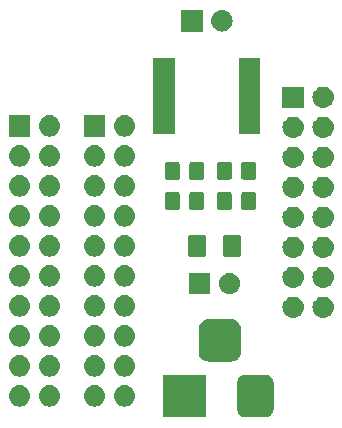
<source format=gbr>
G04 #@! TF.GenerationSoftware,KiCad,Pcbnew,(5.1.0)-1*
G04 #@! TF.CreationDate,2019-05-06T16:05:47+08:00*
G04 #@! TF.ProjectId,rpi0_extern_board,72706930-5f65-4787-9465-726e5f626f61,rev?*
G04 #@! TF.SameCoordinates,Original*
G04 #@! TF.FileFunction,Soldermask,Top*
G04 #@! TF.FilePolarity,Negative*
%FSLAX46Y46*%
G04 Gerber Fmt 4.6, Leading zero omitted, Abs format (unit mm)*
G04 Created by KiCad (PCBNEW (5.1.0)-1) date 2019-05-06 16:05:47*
%MOMM*%
%LPD*%
G04 APERTURE LIST*
%ADD10C,0.100000*%
G04 APERTURE END LIST*
D10*
G36*
X118736979Y-82668293D02*
G01*
X118870625Y-82708834D01*
X118993784Y-82774664D01*
X119101740Y-82863260D01*
X119190336Y-82971216D01*
X119256166Y-83094375D01*
X119296707Y-83228021D01*
X119311000Y-83373140D01*
X119311000Y-85536860D01*
X119296707Y-85681979D01*
X119256166Y-85815625D01*
X119190336Y-85938784D01*
X119101740Y-86046740D01*
X118993784Y-86135336D01*
X118870625Y-86201166D01*
X118736979Y-86241707D01*
X118591860Y-86256000D01*
X116928140Y-86256000D01*
X116783021Y-86241707D01*
X116649375Y-86201166D01*
X116526216Y-86135336D01*
X116418260Y-86046740D01*
X116329664Y-85938784D01*
X116263834Y-85815625D01*
X116223293Y-85681979D01*
X116209000Y-85536860D01*
X116209000Y-83373140D01*
X116223293Y-83228021D01*
X116263834Y-83094375D01*
X116329664Y-82971216D01*
X116418260Y-82863260D01*
X116526216Y-82774664D01*
X116649375Y-82708834D01*
X116783021Y-82668293D01*
X116928140Y-82654000D01*
X118591860Y-82654000D01*
X118736979Y-82668293D01*
X118736979Y-82668293D01*
G37*
G36*
X113561000Y-86256000D02*
G01*
X109959000Y-86256000D01*
X109959000Y-82654000D01*
X113561000Y-82654000D01*
X113561000Y-86256000D01*
X113561000Y-86256000D01*
G37*
G36*
X104250443Y-83560519D02*
G01*
X104316627Y-83567037D01*
X104486466Y-83618557D01*
X104642991Y-83702222D01*
X104678729Y-83731552D01*
X104780186Y-83814814D01*
X104863448Y-83916271D01*
X104892778Y-83952009D01*
X104976443Y-84108534D01*
X105027963Y-84278373D01*
X105045359Y-84455000D01*
X105027963Y-84631627D01*
X104976443Y-84801466D01*
X104892778Y-84957991D01*
X104863448Y-84993729D01*
X104780186Y-85095186D01*
X104678729Y-85178448D01*
X104642991Y-85207778D01*
X104486466Y-85291443D01*
X104316627Y-85342963D01*
X104250442Y-85349482D01*
X104184260Y-85356000D01*
X104095740Y-85356000D01*
X104029558Y-85349482D01*
X103963373Y-85342963D01*
X103793534Y-85291443D01*
X103637009Y-85207778D01*
X103601271Y-85178448D01*
X103499814Y-85095186D01*
X103416552Y-84993729D01*
X103387222Y-84957991D01*
X103303557Y-84801466D01*
X103252037Y-84631627D01*
X103234641Y-84455000D01*
X103252037Y-84278373D01*
X103303557Y-84108534D01*
X103387222Y-83952009D01*
X103416552Y-83916271D01*
X103499814Y-83814814D01*
X103601271Y-83731552D01*
X103637009Y-83702222D01*
X103793534Y-83618557D01*
X103963373Y-83567037D01*
X104029557Y-83560519D01*
X104095740Y-83554000D01*
X104184260Y-83554000D01*
X104250443Y-83560519D01*
X104250443Y-83560519D01*
G37*
G36*
X100440443Y-83560519D02*
G01*
X100506627Y-83567037D01*
X100676466Y-83618557D01*
X100832991Y-83702222D01*
X100868729Y-83731552D01*
X100970186Y-83814814D01*
X101053448Y-83916271D01*
X101082778Y-83952009D01*
X101166443Y-84108534D01*
X101217963Y-84278373D01*
X101235359Y-84455000D01*
X101217963Y-84631627D01*
X101166443Y-84801466D01*
X101082778Y-84957991D01*
X101053448Y-84993729D01*
X100970186Y-85095186D01*
X100868729Y-85178448D01*
X100832991Y-85207778D01*
X100676466Y-85291443D01*
X100506627Y-85342963D01*
X100440442Y-85349482D01*
X100374260Y-85356000D01*
X100285740Y-85356000D01*
X100219558Y-85349482D01*
X100153373Y-85342963D01*
X99983534Y-85291443D01*
X99827009Y-85207778D01*
X99791271Y-85178448D01*
X99689814Y-85095186D01*
X99606552Y-84993729D01*
X99577222Y-84957991D01*
X99493557Y-84801466D01*
X99442037Y-84631627D01*
X99424641Y-84455000D01*
X99442037Y-84278373D01*
X99493557Y-84108534D01*
X99577222Y-83952009D01*
X99606552Y-83916271D01*
X99689814Y-83814814D01*
X99791271Y-83731552D01*
X99827009Y-83702222D01*
X99983534Y-83618557D01*
X100153373Y-83567037D01*
X100219557Y-83560519D01*
X100285740Y-83554000D01*
X100374260Y-83554000D01*
X100440443Y-83560519D01*
X100440443Y-83560519D01*
G37*
G36*
X97900443Y-83560519D02*
G01*
X97966627Y-83567037D01*
X98136466Y-83618557D01*
X98292991Y-83702222D01*
X98328729Y-83731552D01*
X98430186Y-83814814D01*
X98513448Y-83916271D01*
X98542778Y-83952009D01*
X98626443Y-84108534D01*
X98677963Y-84278373D01*
X98695359Y-84455000D01*
X98677963Y-84631627D01*
X98626443Y-84801466D01*
X98542778Y-84957991D01*
X98513448Y-84993729D01*
X98430186Y-85095186D01*
X98328729Y-85178448D01*
X98292991Y-85207778D01*
X98136466Y-85291443D01*
X97966627Y-85342963D01*
X97900442Y-85349482D01*
X97834260Y-85356000D01*
X97745740Y-85356000D01*
X97679558Y-85349482D01*
X97613373Y-85342963D01*
X97443534Y-85291443D01*
X97287009Y-85207778D01*
X97251271Y-85178448D01*
X97149814Y-85095186D01*
X97066552Y-84993729D01*
X97037222Y-84957991D01*
X96953557Y-84801466D01*
X96902037Y-84631627D01*
X96884641Y-84455000D01*
X96902037Y-84278373D01*
X96953557Y-84108534D01*
X97037222Y-83952009D01*
X97066552Y-83916271D01*
X97149814Y-83814814D01*
X97251271Y-83731552D01*
X97287009Y-83702222D01*
X97443534Y-83618557D01*
X97613373Y-83567037D01*
X97679557Y-83560519D01*
X97745740Y-83554000D01*
X97834260Y-83554000D01*
X97900443Y-83560519D01*
X97900443Y-83560519D01*
G37*
G36*
X106790443Y-83560519D02*
G01*
X106856627Y-83567037D01*
X107026466Y-83618557D01*
X107182991Y-83702222D01*
X107218729Y-83731552D01*
X107320186Y-83814814D01*
X107403448Y-83916271D01*
X107432778Y-83952009D01*
X107516443Y-84108534D01*
X107567963Y-84278373D01*
X107585359Y-84455000D01*
X107567963Y-84631627D01*
X107516443Y-84801466D01*
X107432778Y-84957991D01*
X107403448Y-84993729D01*
X107320186Y-85095186D01*
X107218729Y-85178448D01*
X107182991Y-85207778D01*
X107026466Y-85291443D01*
X106856627Y-85342963D01*
X106790442Y-85349482D01*
X106724260Y-85356000D01*
X106635740Y-85356000D01*
X106569558Y-85349482D01*
X106503373Y-85342963D01*
X106333534Y-85291443D01*
X106177009Y-85207778D01*
X106141271Y-85178448D01*
X106039814Y-85095186D01*
X105956552Y-84993729D01*
X105927222Y-84957991D01*
X105843557Y-84801466D01*
X105792037Y-84631627D01*
X105774641Y-84455000D01*
X105792037Y-84278373D01*
X105843557Y-84108534D01*
X105927222Y-83952009D01*
X105956552Y-83916271D01*
X106039814Y-83814814D01*
X106141271Y-83731552D01*
X106177009Y-83702222D01*
X106333534Y-83618557D01*
X106503373Y-83567037D01*
X106569557Y-83560519D01*
X106635740Y-83554000D01*
X106724260Y-83554000D01*
X106790443Y-83560519D01*
X106790443Y-83560519D01*
G37*
G36*
X97900442Y-81020518D02*
G01*
X97966627Y-81027037D01*
X98136466Y-81078557D01*
X98292991Y-81162222D01*
X98318590Y-81183231D01*
X98430186Y-81274814D01*
X98513448Y-81376271D01*
X98542778Y-81412009D01*
X98626443Y-81568534D01*
X98677963Y-81738373D01*
X98695359Y-81915000D01*
X98677963Y-82091627D01*
X98626443Y-82261466D01*
X98542778Y-82417991D01*
X98513448Y-82453729D01*
X98430186Y-82555186D01*
X98328729Y-82638448D01*
X98292991Y-82667778D01*
X98136466Y-82751443D01*
X97966627Y-82802963D01*
X97900442Y-82809482D01*
X97834260Y-82816000D01*
X97745740Y-82816000D01*
X97679558Y-82809482D01*
X97613373Y-82802963D01*
X97443534Y-82751443D01*
X97287009Y-82667778D01*
X97251271Y-82638448D01*
X97149814Y-82555186D01*
X97066552Y-82453729D01*
X97037222Y-82417991D01*
X96953557Y-82261466D01*
X96902037Y-82091627D01*
X96884641Y-81915000D01*
X96902037Y-81738373D01*
X96953557Y-81568534D01*
X97037222Y-81412009D01*
X97066552Y-81376271D01*
X97149814Y-81274814D01*
X97261410Y-81183231D01*
X97287009Y-81162222D01*
X97443534Y-81078557D01*
X97613373Y-81027037D01*
X97679558Y-81020518D01*
X97745740Y-81014000D01*
X97834260Y-81014000D01*
X97900442Y-81020518D01*
X97900442Y-81020518D01*
G37*
G36*
X100440442Y-81020518D02*
G01*
X100506627Y-81027037D01*
X100676466Y-81078557D01*
X100832991Y-81162222D01*
X100858590Y-81183231D01*
X100970186Y-81274814D01*
X101053448Y-81376271D01*
X101082778Y-81412009D01*
X101166443Y-81568534D01*
X101217963Y-81738373D01*
X101235359Y-81915000D01*
X101217963Y-82091627D01*
X101166443Y-82261466D01*
X101082778Y-82417991D01*
X101053448Y-82453729D01*
X100970186Y-82555186D01*
X100868729Y-82638448D01*
X100832991Y-82667778D01*
X100676466Y-82751443D01*
X100506627Y-82802963D01*
X100440442Y-82809482D01*
X100374260Y-82816000D01*
X100285740Y-82816000D01*
X100219558Y-82809482D01*
X100153373Y-82802963D01*
X99983534Y-82751443D01*
X99827009Y-82667778D01*
X99791271Y-82638448D01*
X99689814Y-82555186D01*
X99606552Y-82453729D01*
X99577222Y-82417991D01*
X99493557Y-82261466D01*
X99442037Y-82091627D01*
X99424641Y-81915000D01*
X99442037Y-81738373D01*
X99493557Y-81568534D01*
X99577222Y-81412009D01*
X99606552Y-81376271D01*
X99689814Y-81274814D01*
X99801410Y-81183231D01*
X99827009Y-81162222D01*
X99983534Y-81078557D01*
X100153373Y-81027037D01*
X100219558Y-81020518D01*
X100285740Y-81014000D01*
X100374260Y-81014000D01*
X100440442Y-81020518D01*
X100440442Y-81020518D01*
G37*
G36*
X104250442Y-81020518D02*
G01*
X104316627Y-81027037D01*
X104486466Y-81078557D01*
X104642991Y-81162222D01*
X104668590Y-81183231D01*
X104780186Y-81274814D01*
X104863448Y-81376271D01*
X104892778Y-81412009D01*
X104976443Y-81568534D01*
X105027963Y-81738373D01*
X105045359Y-81915000D01*
X105027963Y-82091627D01*
X104976443Y-82261466D01*
X104892778Y-82417991D01*
X104863448Y-82453729D01*
X104780186Y-82555186D01*
X104678729Y-82638448D01*
X104642991Y-82667778D01*
X104486466Y-82751443D01*
X104316627Y-82802963D01*
X104250442Y-82809482D01*
X104184260Y-82816000D01*
X104095740Y-82816000D01*
X104029558Y-82809482D01*
X103963373Y-82802963D01*
X103793534Y-82751443D01*
X103637009Y-82667778D01*
X103601271Y-82638448D01*
X103499814Y-82555186D01*
X103416552Y-82453729D01*
X103387222Y-82417991D01*
X103303557Y-82261466D01*
X103252037Y-82091627D01*
X103234641Y-81915000D01*
X103252037Y-81738373D01*
X103303557Y-81568534D01*
X103387222Y-81412009D01*
X103416552Y-81376271D01*
X103499814Y-81274814D01*
X103611410Y-81183231D01*
X103637009Y-81162222D01*
X103793534Y-81078557D01*
X103963373Y-81027037D01*
X104029558Y-81020518D01*
X104095740Y-81014000D01*
X104184260Y-81014000D01*
X104250442Y-81020518D01*
X104250442Y-81020518D01*
G37*
G36*
X106790442Y-81020518D02*
G01*
X106856627Y-81027037D01*
X107026466Y-81078557D01*
X107182991Y-81162222D01*
X107208590Y-81183231D01*
X107320186Y-81274814D01*
X107403448Y-81376271D01*
X107432778Y-81412009D01*
X107516443Y-81568534D01*
X107567963Y-81738373D01*
X107585359Y-81915000D01*
X107567963Y-82091627D01*
X107516443Y-82261466D01*
X107432778Y-82417991D01*
X107403448Y-82453729D01*
X107320186Y-82555186D01*
X107218729Y-82638448D01*
X107182991Y-82667778D01*
X107026466Y-82751443D01*
X106856627Y-82802963D01*
X106790442Y-82809482D01*
X106724260Y-82816000D01*
X106635740Y-82816000D01*
X106569558Y-82809482D01*
X106503373Y-82802963D01*
X106333534Y-82751443D01*
X106177009Y-82667778D01*
X106141271Y-82638448D01*
X106039814Y-82555186D01*
X105956552Y-82453729D01*
X105927222Y-82417991D01*
X105843557Y-82261466D01*
X105792037Y-82091627D01*
X105774641Y-81915000D01*
X105792037Y-81738373D01*
X105843557Y-81568534D01*
X105927222Y-81412009D01*
X105956552Y-81376271D01*
X106039814Y-81274814D01*
X106151410Y-81183231D01*
X106177009Y-81162222D01*
X106333534Y-81078557D01*
X106503373Y-81027037D01*
X106569558Y-81020518D01*
X106635740Y-81014000D01*
X106724260Y-81014000D01*
X106790442Y-81020518D01*
X106790442Y-81020518D01*
G37*
G36*
X115886366Y-77970695D02*
G01*
X116043460Y-78018349D01*
X116188231Y-78095731D01*
X116315128Y-78199872D01*
X116419269Y-78326769D01*
X116496651Y-78471540D01*
X116544305Y-78628634D01*
X116561000Y-78798140D01*
X116561000Y-80711860D01*
X116544305Y-80881366D01*
X116496651Y-81038460D01*
X116419269Y-81183231D01*
X116315128Y-81310128D01*
X116188231Y-81414269D01*
X116043460Y-81491651D01*
X115886366Y-81539305D01*
X115716860Y-81556000D01*
X113803140Y-81556000D01*
X113633634Y-81539305D01*
X113476540Y-81491651D01*
X113331769Y-81414269D01*
X113204872Y-81310128D01*
X113100731Y-81183231D01*
X113023349Y-81038460D01*
X112975695Y-80881366D01*
X112959000Y-80711860D01*
X112959000Y-78798140D01*
X112975695Y-78628634D01*
X113023349Y-78471540D01*
X113100731Y-78326769D01*
X113204872Y-78199872D01*
X113331769Y-78095731D01*
X113476540Y-78018349D01*
X113633634Y-77970695D01*
X113803140Y-77954000D01*
X115716860Y-77954000D01*
X115886366Y-77970695D01*
X115886366Y-77970695D01*
G37*
G36*
X106790442Y-78480518D02*
G01*
X106856627Y-78487037D01*
X107026466Y-78538557D01*
X107182991Y-78622222D01*
X107218729Y-78651552D01*
X107320186Y-78734814D01*
X107403448Y-78836271D01*
X107432778Y-78872009D01*
X107516443Y-79028534D01*
X107567963Y-79198373D01*
X107585359Y-79375000D01*
X107567963Y-79551627D01*
X107516443Y-79721466D01*
X107432778Y-79877991D01*
X107403448Y-79913729D01*
X107320186Y-80015186D01*
X107218729Y-80098448D01*
X107182991Y-80127778D01*
X107026466Y-80211443D01*
X106856627Y-80262963D01*
X106790442Y-80269482D01*
X106724260Y-80276000D01*
X106635740Y-80276000D01*
X106569558Y-80269482D01*
X106503373Y-80262963D01*
X106333534Y-80211443D01*
X106177009Y-80127778D01*
X106141271Y-80098448D01*
X106039814Y-80015186D01*
X105956552Y-79913729D01*
X105927222Y-79877991D01*
X105843557Y-79721466D01*
X105792037Y-79551627D01*
X105774641Y-79375000D01*
X105792037Y-79198373D01*
X105843557Y-79028534D01*
X105927222Y-78872009D01*
X105956552Y-78836271D01*
X106039814Y-78734814D01*
X106141271Y-78651552D01*
X106177009Y-78622222D01*
X106333534Y-78538557D01*
X106503373Y-78487037D01*
X106569558Y-78480518D01*
X106635740Y-78474000D01*
X106724260Y-78474000D01*
X106790442Y-78480518D01*
X106790442Y-78480518D01*
G37*
G36*
X97900442Y-78480518D02*
G01*
X97966627Y-78487037D01*
X98136466Y-78538557D01*
X98292991Y-78622222D01*
X98328729Y-78651552D01*
X98430186Y-78734814D01*
X98513448Y-78836271D01*
X98542778Y-78872009D01*
X98626443Y-79028534D01*
X98677963Y-79198373D01*
X98695359Y-79375000D01*
X98677963Y-79551627D01*
X98626443Y-79721466D01*
X98542778Y-79877991D01*
X98513448Y-79913729D01*
X98430186Y-80015186D01*
X98328729Y-80098448D01*
X98292991Y-80127778D01*
X98136466Y-80211443D01*
X97966627Y-80262963D01*
X97900442Y-80269482D01*
X97834260Y-80276000D01*
X97745740Y-80276000D01*
X97679558Y-80269482D01*
X97613373Y-80262963D01*
X97443534Y-80211443D01*
X97287009Y-80127778D01*
X97251271Y-80098448D01*
X97149814Y-80015186D01*
X97066552Y-79913729D01*
X97037222Y-79877991D01*
X96953557Y-79721466D01*
X96902037Y-79551627D01*
X96884641Y-79375000D01*
X96902037Y-79198373D01*
X96953557Y-79028534D01*
X97037222Y-78872009D01*
X97066552Y-78836271D01*
X97149814Y-78734814D01*
X97251271Y-78651552D01*
X97287009Y-78622222D01*
X97443534Y-78538557D01*
X97613373Y-78487037D01*
X97679558Y-78480518D01*
X97745740Y-78474000D01*
X97834260Y-78474000D01*
X97900442Y-78480518D01*
X97900442Y-78480518D01*
G37*
G36*
X104250442Y-78480518D02*
G01*
X104316627Y-78487037D01*
X104486466Y-78538557D01*
X104642991Y-78622222D01*
X104678729Y-78651552D01*
X104780186Y-78734814D01*
X104863448Y-78836271D01*
X104892778Y-78872009D01*
X104976443Y-79028534D01*
X105027963Y-79198373D01*
X105045359Y-79375000D01*
X105027963Y-79551627D01*
X104976443Y-79721466D01*
X104892778Y-79877991D01*
X104863448Y-79913729D01*
X104780186Y-80015186D01*
X104678729Y-80098448D01*
X104642991Y-80127778D01*
X104486466Y-80211443D01*
X104316627Y-80262963D01*
X104250442Y-80269482D01*
X104184260Y-80276000D01*
X104095740Y-80276000D01*
X104029558Y-80269482D01*
X103963373Y-80262963D01*
X103793534Y-80211443D01*
X103637009Y-80127778D01*
X103601271Y-80098448D01*
X103499814Y-80015186D01*
X103416552Y-79913729D01*
X103387222Y-79877991D01*
X103303557Y-79721466D01*
X103252037Y-79551627D01*
X103234641Y-79375000D01*
X103252037Y-79198373D01*
X103303557Y-79028534D01*
X103387222Y-78872009D01*
X103416552Y-78836271D01*
X103499814Y-78734814D01*
X103601271Y-78651552D01*
X103637009Y-78622222D01*
X103793534Y-78538557D01*
X103963373Y-78487037D01*
X104029558Y-78480518D01*
X104095740Y-78474000D01*
X104184260Y-78474000D01*
X104250442Y-78480518D01*
X104250442Y-78480518D01*
G37*
G36*
X100440442Y-78480518D02*
G01*
X100506627Y-78487037D01*
X100676466Y-78538557D01*
X100832991Y-78622222D01*
X100868729Y-78651552D01*
X100970186Y-78734814D01*
X101053448Y-78836271D01*
X101082778Y-78872009D01*
X101166443Y-79028534D01*
X101217963Y-79198373D01*
X101235359Y-79375000D01*
X101217963Y-79551627D01*
X101166443Y-79721466D01*
X101082778Y-79877991D01*
X101053448Y-79913729D01*
X100970186Y-80015186D01*
X100868729Y-80098448D01*
X100832991Y-80127778D01*
X100676466Y-80211443D01*
X100506627Y-80262963D01*
X100440442Y-80269482D01*
X100374260Y-80276000D01*
X100285740Y-80276000D01*
X100219558Y-80269482D01*
X100153373Y-80262963D01*
X99983534Y-80211443D01*
X99827009Y-80127778D01*
X99791271Y-80098448D01*
X99689814Y-80015186D01*
X99606552Y-79913729D01*
X99577222Y-79877991D01*
X99493557Y-79721466D01*
X99442037Y-79551627D01*
X99424641Y-79375000D01*
X99442037Y-79198373D01*
X99493557Y-79028534D01*
X99577222Y-78872009D01*
X99606552Y-78836271D01*
X99689814Y-78734814D01*
X99791271Y-78651552D01*
X99827009Y-78622222D01*
X99983534Y-78538557D01*
X100153373Y-78487037D01*
X100219558Y-78480518D01*
X100285740Y-78474000D01*
X100374260Y-78474000D01*
X100440442Y-78480518D01*
X100440442Y-78480518D01*
G37*
G36*
X123610442Y-76055518D02*
G01*
X123676627Y-76062037D01*
X123846466Y-76113557D01*
X124002991Y-76197222D01*
X124038729Y-76226552D01*
X124140186Y-76309814D01*
X124223448Y-76411271D01*
X124252778Y-76447009D01*
X124336443Y-76603534D01*
X124387963Y-76773373D01*
X124405359Y-76950000D01*
X124387963Y-77126627D01*
X124336443Y-77296466D01*
X124252778Y-77452991D01*
X124234563Y-77475186D01*
X124140186Y-77590186D01*
X124041174Y-77671442D01*
X124002991Y-77702778D01*
X123846466Y-77786443D01*
X123676627Y-77837963D01*
X123610442Y-77844482D01*
X123544260Y-77851000D01*
X123455740Y-77851000D01*
X123389558Y-77844482D01*
X123323373Y-77837963D01*
X123153534Y-77786443D01*
X122997009Y-77702778D01*
X122958826Y-77671442D01*
X122859814Y-77590186D01*
X122765437Y-77475186D01*
X122747222Y-77452991D01*
X122663557Y-77296466D01*
X122612037Y-77126627D01*
X122594641Y-76950000D01*
X122612037Y-76773373D01*
X122663557Y-76603534D01*
X122747222Y-76447009D01*
X122776552Y-76411271D01*
X122859814Y-76309814D01*
X122961271Y-76226552D01*
X122997009Y-76197222D01*
X123153534Y-76113557D01*
X123323373Y-76062037D01*
X123389558Y-76055518D01*
X123455740Y-76049000D01*
X123544260Y-76049000D01*
X123610442Y-76055518D01*
X123610442Y-76055518D01*
G37*
G36*
X121070442Y-76055518D02*
G01*
X121136627Y-76062037D01*
X121306466Y-76113557D01*
X121462991Y-76197222D01*
X121498729Y-76226552D01*
X121600186Y-76309814D01*
X121683448Y-76411271D01*
X121712778Y-76447009D01*
X121796443Y-76603534D01*
X121847963Y-76773373D01*
X121865359Y-76950000D01*
X121847963Y-77126627D01*
X121796443Y-77296466D01*
X121712778Y-77452991D01*
X121694563Y-77475186D01*
X121600186Y-77590186D01*
X121501174Y-77671442D01*
X121462991Y-77702778D01*
X121306466Y-77786443D01*
X121136627Y-77837963D01*
X121070442Y-77844482D01*
X121004260Y-77851000D01*
X120915740Y-77851000D01*
X120849558Y-77844482D01*
X120783373Y-77837963D01*
X120613534Y-77786443D01*
X120457009Y-77702778D01*
X120418826Y-77671442D01*
X120319814Y-77590186D01*
X120225437Y-77475186D01*
X120207222Y-77452991D01*
X120123557Y-77296466D01*
X120072037Y-77126627D01*
X120054641Y-76950000D01*
X120072037Y-76773373D01*
X120123557Y-76603534D01*
X120207222Y-76447009D01*
X120236552Y-76411271D01*
X120319814Y-76309814D01*
X120421271Y-76226552D01*
X120457009Y-76197222D01*
X120613534Y-76113557D01*
X120783373Y-76062037D01*
X120849558Y-76055518D01*
X120915740Y-76049000D01*
X121004260Y-76049000D01*
X121070442Y-76055518D01*
X121070442Y-76055518D01*
G37*
G36*
X100440442Y-75940518D02*
G01*
X100506627Y-75947037D01*
X100676466Y-75998557D01*
X100832991Y-76082222D01*
X100868729Y-76111552D01*
X100970186Y-76194814D01*
X101053448Y-76296271D01*
X101082778Y-76332009D01*
X101166443Y-76488534D01*
X101217963Y-76658373D01*
X101235359Y-76835000D01*
X101217963Y-77011627D01*
X101166443Y-77181466D01*
X101082778Y-77337991D01*
X101053448Y-77373729D01*
X100970186Y-77475186D01*
X100868729Y-77558448D01*
X100832991Y-77587778D01*
X100676466Y-77671443D01*
X100506627Y-77722963D01*
X100440443Y-77729481D01*
X100374260Y-77736000D01*
X100285740Y-77736000D01*
X100219557Y-77729481D01*
X100153373Y-77722963D01*
X99983534Y-77671443D01*
X99827009Y-77587778D01*
X99791271Y-77558448D01*
X99689814Y-77475186D01*
X99606552Y-77373729D01*
X99577222Y-77337991D01*
X99493557Y-77181466D01*
X99442037Y-77011627D01*
X99424641Y-76835000D01*
X99442037Y-76658373D01*
X99493557Y-76488534D01*
X99577222Y-76332009D01*
X99606552Y-76296271D01*
X99689814Y-76194814D01*
X99791271Y-76111552D01*
X99827009Y-76082222D01*
X99983534Y-75998557D01*
X100153373Y-75947037D01*
X100219558Y-75940518D01*
X100285740Y-75934000D01*
X100374260Y-75934000D01*
X100440442Y-75940518D01*
X100440442Y-75940518D01*
G37*
G36*
X97900442Y-75940518D02*
G01*
X97966627Y-75947037D01*
X98136466Y-75998557D01*
X98292991Y-76082222D01*
X98328729Y-76111552D01*
X98430186Y-76194814D01*
X98513448Y-76296271D01*
X98542778Y-76332009D01*
X98626443Y-76488534D01*
X98677963Y-76658373D01*
X98695359Y-76835000D01*
X98677963Y-77011627D01*
X98626443Y-77181466D01*
X98542778Y-77337991D01*
X98513448Y-77373729D01*
X98430186Y-77475186D01*
X98328729Y-77558448D01*
X98292991Y-77587778D01*
X98136466Y-77671443D01*
X97966627Y-77722963D01*
X97900443Y-77729481D01*
X97834260Y-77736000D01*
X97745740Y-77736000D01*
X97679557Y-77729481D01*
X97613373Y-77722963D01*
X97443534Y-77671443D01*
X97287009Y-77587778D01*
X97251271Y-77558448D01*
X97149814Y-77475186D01*
X97066552Y-77373729D01*
X97037222Y-77337991D01*
X96953557Y-77181466D01*
X96902037Y-77011627D01*
X96884641Y-76835000D01*
X96902037Y-76658373D01*
X96953557Y-76488534D01*
X97037222Y-76332009D01*
X97066552Y-76296271D01*
X97149814Y-76194814D01*
X97251271Y-76111552D01*
X97287009Y-76082222D01*
X97443534Y-75998557D01*
X97613373Y-75947037D01*
X97679558Y-75940518D01*
X97745740Y-75934000D01*
X97834260Y-75934000D01*
X97900442Y-75940518D01*
X97900442Y-75940518D01*
G37*
G36*
X104250442Y-75940518D02*
G01*
X104316627Y-75947037D01*
X104486466Y-75998557D01*
X104642991Y-76082222D01*
X104678729Y-76111552D01*
X104780186Y-76194814D01*
X104863448Y-76296271D01*
X104892778Y-76332009D01*
X104976443Y-76488534D01*
X105027963Y-76658373D01*
X105045359Y-76835000D01*
X105027963Y-77011627D01*
X104976443Y-77181466D01*
X104892778Y-77337991D01*
X104863448Y-77373729D01*
X104780186Y-77475186D01*
X104678729Y-77558448D01*
X104642991Y-77587778D01*
X104486466Y-77671443D01*
X104316627Y-77722963D01*
X104250443Y-77729481D01*
X104184260Y-77736000D01*
X104095740Y-77736000D01*
X104029557Y-77729481D01*
X103963373Y-77722963D01*
X103793534Y-77671443D01*
X103637009Y-77587778D01*
X103601271Y-77558448D01*
X103499814Y-77475186D01*
X103416552Y-77373729D01*
X103387222Y-77337991D01*
X103303557Y-77181466D01*
X103252037Y-77011627D01*
X103234641Y-76835000D01*
X103252037Y-76658373D01*
X103303557Y-76488534D01*
X103387222Y-76332009D01*
X103416552Y-76296271D01*
X103499814Y-76194814D01*
X103601271Y-76111552D01*
X103637009Y-76082222D01*
X103793534Y-75998557D01*
X103963373Y-75947037D01*
X104029558Y-75940518D01*
X104095740Y-75934000D01*
X104184260Y-75934000D01*
X104250442Y-75940518D01*
X104250442Y-75940518D01*
G37*
G36*
X106790442Y-75940518D02*
G01*
X106856627Y-75947037D01*
X107026466Y-75998557D01*
X107182991Y-76082222D01*
X107218729Y-76111552D01*
X107320186Y-76194814D01*
X107403448Y-76296271D01*
X107432778Y-76332009D01*
X107516443Y-76488534D01*
X107567963Y-76658373D01*
X107585359Y-76835000D01*
X107567963Y-77011627D01*
X107516443Y-77181466D01*
X107432778Y-77337991D01*
X107403448Y-77373729D01*
X107320186Y-77475186D01*
X107218729Y-77558448D01*
X107182991Y-77587778D01*
X107026466Y-77671443D01*
X106856627Y-77722963D01*
X106790443Y-77729481D01*
X106724260Y-77736000D01*
X106635740Y-77736000D01*
X106569557Y-77729481D01*
X106503373Y-77722963D01*
X106333534Y-77671443D01*
X106177009Y-77587778D01*
X106141271Y-77558448D01*
X106039814Y-77475186D01*
X105956552Y-77373729D01*
X105927222Y-77337991D01*
X105843557Y-77181466D01*
X105792037Y-77011627D01*
X105774641Y-76835000D01*
X105792037Y-76658373D01*
X105843557Y-76488534D01*
X105927222Y-76332009D01*
X105956552Y-76296271D01*
X106039814Y-76194814D01*
X106141271Y-76111552D01*
X106177009Y-76082222D01*
X106333534Y-75998557D01*
X106503373Y-75947037D01*
X106569558Y-75940518D01*
X106635740Y-75934000D01*
X106724260Y-75934000D01*
X106790442Y-75940518D01*
X106790442Y-75940518D01*
G37*
G36*
X115680442Y-74035518D02*
G01*
X115746627Y-74042037D01*
X115916466Y-74093557D01*
X116072991Y-74177222D01*
X116108729Y-74206552D01*
X116210186Y-74289814D01*
X116293448Y-74391271D01*
X116322778Y-74427009D01*
X116406443Y-74583534D01*
X116457963Y-74753373D01*
X116475359Y-74930000D01*
X116457963Y-75106627D01*
X116406443Y-75276466D01*
X116322778Y-75432991D01*
X116293448Y-75468729D01*
X116210186Y-75570186D01*
X116108729Y-75653448D01*
X116072991Y-75682778D01*
X115916466Y-75766443D01*
X115746627Y-75817963D01*
X115680442Y-75824482D01*
X115614260Y-75831000D01*
X115525740Y-75831000D01*
X115459558Y-75824482D01*
X115393373Y-75817963D01*
X115223534Y-75766443D01*
X115067009Y-75682778D01*
X115031271Y-75653448D01*
X114929814Y-75570186D01*
X114846552Y-75468729D01*
X114817222Y-75432991D01*
X114733557Y-75276466D01*
X114682037Y-75106627D01*
X114664641Y-74930000D01*
X114682037Y-74753373D01*
X114733557Y-74583534D01*
X114817222Y-74427009D01*
X114846552Y-74391271D01*
X114929814Y-74289814D01*
X115031271Y-74206552D01*
X115067009Y-74177222D01*
X115223534Y-74093557D01*
X115393373Y-74042037D01*
X115459558Y-74035518D01*
X115525740Y-74029000D01*
X115614260Y-74029000D01*
X115680442Y-74035518D01*
X115680442Y-74035518D01*
G37*
G36*
X113931000Y-75831000D02*
G01*
X112129000Y-75831000D01*
X112129000Y-74029000D01*
X113931000Y-74029000D01*
X113931000Y-75831000D01*
X113931000Y-75831000D01*
G37*
G36*
X121070443Y-73515519D02*
G01*
X121136627Y-73522037D01*
X121306466Y-73573557D01*
X121462991Y-73657222D01*
X121498729Y-73686552D01*
X121600186Y-73769814D01*
X121683448Y-73871271D01*
X121712778Y-73907009D01*
X121796443Y-74063534D01*
X121847963Y-74233373D01*
X121865359Y-74410000D01*
X121847963Y-74586627D01*
X121796443Y-74756466D01*
X121712778Y-74912991D01*
X121694563Y-74935186D01*
X121600186Y-75050186D01*
X121531411Y-75106627D01*
X121462991Y-75162778D01*
X121306466Y-75246443D01*
X121136627Y-75297963D01*
X121070442Y-75304482D01*
X121004260Y-75311000D01*
X120915740Y-75311000D01*
X120849558Y-75304482D01*
X120783373Y-75297963D01*
X120613534Y-75246443D01*
X120457009Y-75162778D01*
X120388589Y-75106627D01*
X120319814Y-75050186D01*
X120225437Y-74935186D01*
X120207222Y-74912991D01*
X120123557Y-74756466D01*
X120072037Y-74586627D01*
X120054641Y-74410000D01*
X120072037Y-74233373D01*
X120123557Y-74063534D01*
X120207222Y-73907009D01*
X120236552Y-73871271D01*
X120319814Y-73769814D01*
X120421271Y-73686552D01*
X120457009Y-73657222D01*
X120613534Y-73573557D01*
X120783373Y-73522037D01*
X120849557Y-73515519D01*
X120915740Y-73509000D01*
X121004260Y-73509000D01*
X121070443Y-73515519D01*
X121070443Y-73515519D01*
G37*
G36*
X123610443Y-73515519D02*
G01*
X123676627Y-73522037D01*
X123846466Y-73573557D01*
X124002991Y-73657222D01*
X124038729Y-73686552D01*
X124140186Y-73769814D01*
X124223448Y-73871271D01*
X124252778Y-73907009D01*
X124336443Y-74063534D01*
X124387963Y-74233373D01*
X124405359Y-74410000D01*
X124387963Y-74586627D01*
X124336443Y-74756466D01*
X124252778Y-74912991D01*
X124234563Y-74935186D01*
X124140186Y-75050186D01*
X124071411Y-75106627D01*
X124002991Y-75162778D01*
X123846466Y-75246443D01*
X123676627Y-75297963D01*
X123610442Y-75304482D01*
X123544260Y-75311000D01*
X123455740Y-75311000D01*
X123389558Y-75304482D01*
X123323373Y-75297963D01*
X123153534Y-75246443D01*
X122997009Y-75162778D01*
X122928589Y-75106627D01*
X122859814Y-75050186D01*
X122765437Y-74935186D01*
X122747222Y-74912991D01*
X122663557Y-74756466D01*
X122612037Y-74586627D01*
X122594641Y-74410000D01*
X122612037Y-74233373D01*
X122663557Y-74063534D01*
X122747222Y-73907009D01*
X122776552Y-73871271D01*
X122859814Y-73769814D01*
X122961271Y-73686552D01*
X122997009Y-73657222D01*
X123153534Y-73573557D01*
X123323373Y-73522037D01*
X123389557Y-73515519D01*
X123455740Y-73509000D01*
X123544260Y-73509000D01*
X123610443Y-73515519D01*
X123610443Y-73515519D01*
G37*
G36*
X100440443Y-73400519D02*
G01*
X100506627Y-73407037D01*
X100676466Y-73458557D01*
X100832991Y-73542222D01*
X100868729Y-73571552D01*
X100970186Y-73654814D01*
X101053448Y-73756271D01*
X101082778Y-73792009D01*
X101166443Y-73948534D01*
X101217963Y-74118373D01*
X101235359Y-74295000D01*
X101217963Y-74471627D01*
X101166443Y-74641466D01*
X101082778Y-74797991D01*
X101053448Y-74833729D01*
X100970186Y-74935186D01*
X100868729Y-75018448D01*
X100832991Y-75047778D01*
X100676466Y-75131443D01*
X100506627Y-75182963D01*
X100440442Y-75189482D01*
X100374260Y-75196000D01*
X100285740Y-75196000D01*
X100219558Y-75189482D01*
X100153373Y-75182963D01*
X99983534Y-75131443D01*
X99827009Y-75047778D01*
X99791271Y-75018448D01*
X99689814Y-74935186D01*
X99606552Y-74833729D01*
X99577222Y-74797991D01*
X99493557Y-74641466D01*
X99442037Y-74471627D01*
X99424641Y-74295000D01*
X99442037Y-74118373D01*
X99493557Y-73948534D01*
X99577222Y-73792009D01*
X99606552Y-73756271D01*
X99689814Y-73654814D01*
X99791271Y-73571552D01*
X99827009Y-73542222D01*
X99983534Y-73458557D01*
X100153373Y-73407037D01*
X100219557Y-73400519D01*
X100285740Y-73394000D01*
X100374260Y-73394000D01*
X100440443Y-73400519D01*
X100440443Y-73400519D01*
G37*
G36*
X97900443Y-73400519D02*
G01*
X97966627Y-73407037D01*
X98136466Y-73458557D01*
X98292991Y-73542222D01*
X98328729Y-73571552D01*
X98430186Y-73654814D01*
X98513448Y-73756271D01*
X98542778Y-73792009D01*
X98626443Y-73948534D01*
X98677963Y-74118373D01*
X98695359Y-74295000D01*
X98677963Y-74471627D01*
X98626443Y-74641466D01*
X98542778Y-74797991D01*
X98513448Y-74833729D01*
X98430186Y-74935186D01*
X98328729Y-75018448D01*
X98292991Y-75047778D01*
X98136466Y-75131443D01*
X97966627Y-75182963D01*
X97900442Y-75189482D01*
X97834260Y-75196000D01*
X97745740Y-75196000D01*
X97679558Y-75189482D01*
X97613373Y-75182963D01*
X97443534Y-75131443D01*
X97287009Y-75047778D01*
X97251271Y-75018448D01*
X97149814Y-74935186D01*
X97066552Y-74833729D01*
X97037222Y-74797991D01*
X96953557Y-74641466D01*
X96902037Y-74471627D01*
X96884641Y-74295000D01*
X96902037Y-74118373D01*
X96953557Y-73948534D01*
X97037222Y-73792009D01*
X97066552Y-73756271D01*
X97149814Y-73654814D01*
X97251271Y-73571552D01*
X97287009Y-73542222D01*
X97443534Y-73458557D01*
X97613373Y-73407037D01*
X97679557Y-73400519D01*
X97745740Y-73394000D01*
X97834260Y-73394000D01*
X97900443Y-73400519D01*
X97900443Y-73400519D01*
G37*
G36*
X106790443Y-73400519D02*
G01*
X106856627Y-73407037D01*
X107026466Y-73458557D01*
X107182991Y-73542222D01*
X107218729Y-73571552D01*
X107320186Y-73654814D01*
X107403448Y-73756271D01*
X107432778Y-73792009D01*
X107516443Y-73948534D01*
X107567963Y-74118373D01*
X107585359Y-74295000D01*
X107567963Y-74471627D01*
X107516443Y-74641466D01*
X107432778Y-74797991D01*
X107403448Y-74833729D01*
X107320186Y-74935186D01*
X107218729Y-75018448D01*
X107182991Y-75047778D01*
X107026466Y-75131443D01*
X106856627Y-75182963D01*
X106790442Y-75189482D01*
X106724260Y-75196000D01*
X106635740Y-75196000D01*
X106569558Y-75189482D01*
X106503373Y-75182963D01*
X106333534Y-75131443D01*
X106177009Y-75047778D01*
X106141271Y-75018448D01*
X106039814Y-74935186D01*
X105956552Y-74833729D01*
X105927222Y-74797991D01*
X105843557Y-74641466D01*
X105792037Y-74471627D01*
X105774641Y-74295000D01*
X105792037Y-74118373D01*
X105843557Y-73948534D01*
X105927222Y-73792009D01*
X105956552Y-73756271D01*
X106039814Y-73654814D01*
X106141271Y-73571552D01*
X106177009Y-73542222D01*
X106333534Y-73458557D01*
X106503373Y-73407037D01*
X106569557Y-73400519D01*
X106635740Y-73394000D01*
X106724260Y-73394000D01*
X106790443Y-73400519D01*
X106790443Y-73400519D01*
G37*
G36*
X104250443Y-73400519D02*
G01*
X104316627Y-73407037D01*
X104486466Y-73458557D01*
X104642991Y-73542222D01*
X104678729Y-73571552D01*
X104780186Y-73654814D01*
X104863448Y-73756271D01*
X104892778Y-73792009D01*
X104976443Y-73948534D01*
X105027963Y-74118373D01*
X105045359Y-74295000D01*
X105027963Y-74471627D01*
X104976443Y-74641466D01*
X104892778Y-74797991D01*
X104863448Y-74833729D01*
X104780186Y-74935186D01*
X104678729Y-75018448D01*
X104642991Y-75047778D01*
X104486466Y-75131443D01*
X104316627Y-75182963D01*
X104250442Y-75189482D01*
X104184260Y-75196000D01*
X104095740Y-75196000D01*
X104029558Y-75189482D01*
X103963373Y-75182963D01*
X103793534Y-75131443D01*
X103637009Y-75047778D01*
X103601271Y-75018448D01*
X103499814Y-74935186D01*
X103416552Y-74833729D01*
X103387222Y-74797991D01*
X103303557Y-74641466D01*
X103252037Y-74471627D01*
X103234641Y-74295000D01*
X103252037Y-74118373D01*
X103303557Y-73948534D01*
X103387222Y-73792009D01*
X103416552Y-73756271D01*
X103499814Y-73654814D01*
X103601271Y-73571552D01*
X103637009Y-73542222D01*
X103793534Y-73458557D01*
X103963373Y-73407037D01*
X104029557Y-73400519D01*
X104095740Y-73394000D01*
X104184260Y-73394000D01*
X104250443Y-73400519D01*
X104250443Y-73400519D01*
G37*
G36*
X121070442Y-70975518D02*
G01*
X121136627Y-70982037D01*
X121306466Y-71033557D01*
X121462991Y-71117222D01*
X121498729Y-71146552D01*
X121600186Y-71229814D01*
X121683448Y-71331271D01*
X121712778Y-71367009D01*
X121796443Y-71523534D01*
X121847963Y-71693373D01*
X121865359Y-71870000D01*
X121847963Y-72046627D01*
X121796443Y-72216466D01*
X121712778Y-72372991D01*
X121694563Y-72395186D01*
X121600186Y-72510186D01*
X121501174Y-72591442D01*
X121462991Y-72622778D01*
X121306466Y-72706443D01*
X121136627Y-72757963D01*
X121070443Y-72764481D01*
X121004260Y-72771000D01*
X120915740Y-72771000D01*
X120849557Y-72764481D01*
X120783373Y-72757963D01*
X120613534Y-72706443D01*
X120457009Y-72622778D01*
X120418826Y-72591442D01*
X120319814Y-72510186D01*
X120225437Y-72395186D01*
X120207222Y-72372991D01*
X120123557Y-72216466D01*
X120072037Y-72046627D01*
X120054641Y-71870000D01*
X120072037Y-71693373D01*
X120123557Y-71523534D01*
X120207222Y-71367009D01*
X120236552Y-71331271D01*
X120319814Y-71229814D01*
X120421271Y-71146552D01*
X120457009Y-71117222D01*
X120613534Y-71033557D01*
X120783373Y-70982037D01*
X120849558Y-70975518D01*
X120915740Y-70969000D01*
X121004260Y-70969000D01*
X121070442Y-70975518D01*
X121070442Y-70975518D01*
G37*
G36*
X123610442Y-70975518D02*
G01*
X123676627Y-70982037D01*
X123846466Y-71033557D01*
X124002991Y-71117222D01*
X124038729Y-71146552D01*
X124140186Y-71229814D01*
X124223448Y-71331271D01*
X124252778Y-71367009D01*
X124336443Y-71523534D01*
X124387963Y-71693373D01*
X124405359Y-71870000D01*
X124387963Y-72046627D01*
X124336443Y-72216466D01*
X124252778Y-72372991D01*
X124234563Y-72395186D01*
X124140186Y-72510186D01*
X124041174Y-72591442D01*
X124002991Y-72622778D01*
X123846466Y-72706443D01*
X123676627Y-72757963D01*
X123610443Y-72764481D01*
X123544260Y-72771000D01*
X123455740Y-72771000D01*
X123389557Y-72764481D01*
X123323373Y-72757963D01*
X123153534Y-72706443D01*
X122997009Y-72622778D01*
X122958826Y-72591442D01*
X122859814Y-72510186D01*
X122765437Y-72395186D01*
X122747222Y-72372991D01*
X122663557Y-72216466D01*
X122612037Y-72046627D01*
X122594641Y-71870000D01*
X122612037Y-71693373D01*
X122663557Y-71523534D01*
X122747222Y-71367009D01*
X122776552Y-71331271D01*
X122859814Y-71229814D01*
X122961271Y-71146552D01*
X122997009Y-71117222D01*
X123153534Y-71033557D01*
X123323373Y-70982037D01*
X123389558Y-70975518D01*
X123455740Y-70969000D01*
X123544260Y-70969000D01*
X123610442Y-70975518D01*
X123610442Y-70975518D01*
G37*
G36*
X116400562Y-70833181D02*
G01*
X116435481Y-70843774D01*
X116467663Y-70860976D01*
X116495873Y-70884127D01*
X116519024Y-70912337D01*
X116536226Y-70944519D01*
X116546819Y-70979438D01*
X116551000Y-71021895D01*
X116551000Y-72488105D01*
X116546819Y-72530562D01*
X116536226Y-72565481D01*
X116519024Y-72597663D01*
X116495873Y-72625873D01*
X116467663Y-72649024D01*
X116435481Y-72666226D01*
X116400562Y-72676819D01*
X116358105Y-72681000D01*
X115216895Y-72681000D01*
X115174438Y-72676819D01*
X115139519Y-72666226D01*
X115107337Y-72649024D01*
X115079127Y-72625873D01*
X115055976Y-72597663D01*
X115038774Y-72565481D01*
X115028181Y-72530562D01*
X115024000Y-72488105D01*
X115024000Y-71021895D01*
X115028181Y-70979438D01*
X115038774Y-70944519D01*
X115055976Y-70912337D01*
X115079127Y-70884127D01*
X115107337Y-70860976D01*
X115139519Y-70843774D01*
X115174438Y-70833181D01*
X115216895Y-70829000D01*
X116358105Y-70829000D01*
X116400562Y-70833181D01*
X116400562Y-70833181D01*
G37*
G36*
X113425562Y-70833181D02*
G01*
X113460481Y-70843774D01*
X113492663Y-70860976D01*
X113520873Y-70884127D01*
X113544024Y-70912337D01*
X113561226Y-70944519D01*
X113571819Y-70979438D01*
X113576000Y-71021895D01*
X113576000Y-72488105D01*
X113571819Y-72530562D01*
X113561226Y-72565481D01*
X113544024Y-72597663D01*
X113520873Y-72625873D01*
X113492663Y-72649024D01*
X113460481Y-72666226D01*
X113425562Y-72676819D01*
X113383105Y-72681000D01*
X112241895Y-72681000D01*
X112199438Y-72676819D01*
X112164519Y-72666226D01*
X112132337Y-72649024D01*
X112104127Y-72625873D01*
X112080976Y-72597663D01*
X112063774Y-72565481D01*
X112053181Y-72530562D01*
X112049000Y-72488105D01*
X112049000Y-71021895D01*
X112053181Y-70979438D01*
X112063774Y-70944519D01*
X112080976Y-70912337D01*
X112104127Y-70884127D01*
X112132337Y-70860976D01*
X112164519Y-70843774D01*
X112199438Y-70833181D01*
X112241895Y-70829000D01*
X113383105Y-70829000D01*
X113425562Y-70833181D01*
X113425562Y-70833181D01*
G37*
G36*
X97900442Y-70860518D02*
G01*
X97966627Y-70867037D01*
X98136466Y-70918557D01*
X98292991Y-71002222D01*
X98316962Y-71021895D01*
X98430186Y-71114814D01*
X98513448Y-71216271D01*
X98542778Y-71252009D01*
X98626443Y-71408534D01*
X98677963Y-71578373D01*
X98695359Y-71755000D01*
X98677963Y-71931627D01*
X98626443Y-72101466D01*
X98542778Y-72257991D01*
X98513448Y-72293729D01*
X98430186Y-72395186D01*
X98328729Y-72478448D01*
X98292991Y-72507778D01*
X98136466Y-72591443D01*
X97966627Y-72642963D01*
X97905088Y-72649024D01*
X97834260Y-72656000D01*
X97745740Y-72656000D01*
X97674912Y-72649024D01*
X97613373Y-72642963D01*
X97443534Y-72591443D01*
X97287009Y-72507778D01*
X97251271Y-72478448D01*
X97149814Y-72395186D01*
X97066552Y-72293729D01*
X97037222Y-72257991D01*
X96953557Y-72101466D01*
X96902037Y-71931627D01*
X96884641Y-71755000D01*
X96902037Y-71578373D01*
X96953557Y-71408534D01*
X97037222Y-71252009D01*
X97066552Y-71216271D01*
X97149814Y-71114814D01*
X97263038Y-71021895D01*
X97287009Y-71002222D01*
X97443534Y-70918557D01*
X97613373Y-70867037D01*
X97679558Y-70860518D01*
X97745740Y-70854000D01*
X97834260Y-70854000D01*
X97900442Y-70860518D01*
X97900442Y-70860518D01*
G37*
G36*
X100440442Y-70860518D02*
G01*
X100506627Y-70867037D01*
X100676466Y-70918557D01*
X100832991Y-71002222D01*
X100856962Y-71021895D01*
X100970186Y-71114814D01*
X101053448Y-71216271D01*
X101082778Y-71252009D01*
X101166443Y-71408534D01*
X101217963Y-71578373D01*
X101235359Y-71755000D01*
X101217963Y-71931627D01*
X101166443Y-72101466D01*
X101082778Y-72257991D01*
X101053448Y-72293729D01*
X100970186Y-72395186D01*
X100868729Y-72478448D01*
X100832991Y-72507778D01*
X100676466Y-72591443D01*
X100506627Y-72642963D01*
X100445088Y-72649024D01*
X100374260Y-72656000D01*
X100285740Y-72656000D01*
X100214912Y-72649024D01*
X100153373Y-72642963D01*
X99983534Y-72591443D01*
X99827009Y-72507778D01*
X99791271Y-72478448D01*
X99689814Y-72395186D01*
X99606552Y-72293729D01*
X99577222Y-72257991D01*
X99493557Y-72101466D01*
X99442037Y-71931627D01*
X99424641Y-71755000D01*
X99442037Y-71578373D01*
X99493557Y-71408534D01*
X99577222Y-71252009D01*
X99606552Y-71216271D01*
X99689814Y-71114814D01*
X99803038Y-71021895D01*
X99827009Y-71002222D01*
X99983534Y-70918557D01*
X100153373Y-70867037D01*
X100219558Y-70860518D01*
X100285740Y-70854000D01*
X100374260Y-70854000D01*
X100440442Y-70860518D01*
X100440442Y-70860518D01*
G37*
G36*
X104250442Y-70860518D02*
G01*
X104316627Y-70867037D01*
X104486466Y-70918557D01*
X104642991Y-71002222D01*
X104666962Y-71021895D01*
X104780186Y-71114814D01*
X104863448Y-71216271D01*
X104892778Y-71252009D01*
X104976443Y-71408534D01*
X105027963Y-71578373D01*
X105045359Y-71755000D01*
X105027963Y-71931627D01*
X104976443Y-72101466D01*
X104892778Y-72257991D01*
X104863448Y-72293729D01*
X104780186Y-72395186D01*
X104678729Y-72478448D01*
X104642991Y-72507778D01*
X104486466Y-72591443D01*
X104316627Y-72642963D01*
X104255088Y-72649024D01*
X104184260Y-72656000D01*
X104095740Y-72656000D01*
X104024912Y-72649024D01*
X103963373Y-72642963D01*
X103793534Y-72591443D01*
X103637009Y-72507778D01*
X103601271Y-72478448D01*
X103499814Y-72395186D01*
X103416552Y-72293729D01*
X103387222Y-72257991D01*
X103303557Y-72101466D01*
X103252037Y-71931627D01*
X103234641Y-71755000D01*
X103252037Y-71578373D01*
X103303557Y-71408534D01*
X103387222Y-71252009D01*
X103416552Y-71216271D01*
X103499814Y-71114814D01*
X103613038Y-71021895D01*
X103637009Y-71002222D01*
X103793534Y-70918557D01*
X103963373Y-70867037D01*
X104029558Y-70860518D01*
X104095740Y-70854000D01*
X104184260Y-70854000D01*
X104250442Y-70860518D01*
X104250442Y-70860518D01*
G37*
G36*
X106790442Y-70860518D02*
G01*
X106856627Y-70867037D01*
X107026466Y-70918557D01*
X107182991Y-71002222D01*
X107206962Y-71021895D01*
X107320186Y-71114814D01*
X107403448Y-71216271D01*
X107432778Y-71252009D01*
X107516443Y-71408534D01*
X107567963Y-71578373D01*
X107585359Y-71755000D01*
X107567963Y-71931627D01*
X107516443Y-72101466D01*
X107432778Y-72257991D01*
X107403448Y-72293729D01*
X107320186Y-72395186D01*
X107218729Y-72478448D01*
X107182991Y-72507778D01*
X107026466Y-72591443D01*
X106856627Y-72642963D01*
X106795088Y-72649024D01*
X106724260Y-72656000D01*
X106635740Y-72656000D01*
X106564912Y-72649024D01*
X106503373Y-72642963D01*
X106333534Y-72591443D01*
X106177009Y-72507778D01*
X106141271Y-72478448D01*
X106039814Y-72395186D01*
X105956552Y-72293729D01*
X105927222Y-72257991D01*
X105843557Y-72101466D01*
X105792037Y-71931627D01*
X105774641Y-71755000D01*
X105792037Y-71578373D01*
X105843557Y-71408534D01*
X105927222Y-71252009D01*
X105956552Y-71216271D01*
X106039814Y-71114814D01*
X106153038Y-71021895D01*
X106177009Y-71002222D01*
X106333534Y-70918557D01*
X106503373Y-70867037D01*
X106569558Y-70860518D01*
X106635740Y-70854000D01*
X106724260Y-70854000D01*
X106790442Y-70860518D01*
X106790442Y-70860518D01*
G37*
G36*
X121070442Y-68435518D02*
G01*
X121136627Y-68442037D01*
X121306466Y-68493557D01*
X121462991Y-68577222D01*
X121498182Y-68606103D01*
X121600186Y-68689814D01*
X121683448Y-68791271D01*
X121712778Y-68827009D01*
X121796443Y-68983534D01*
X121847963Y-69153373D01*
X121865359Y-69330000D01*
X121847963Y-69506627D01*
X121796443Y-69676466D01*
X121712778Y-69832991D01*
X121694563Y-69855186D01*
X121600186Y-69970186D01*
X121501174Y-70051442D01*
X121462991Y-70082778D01*
X121306466Y-70166443D01*
X121136627Y-70217963D01*
X121070442Y-70224482D01*
X121004260Y-70231000D01*
X120915740Y-70231000D01*
X120849558Y-70224482D01*
X120783373Y-70217963D01*
X120613534Y-70166443D01*
X120457009Y-70082778D01*
X120418826Y-70051442D01*
X120319814Y-69970186D01*
X120225437Y-69855186D01*
X120207222Y-69832991D01*
X120123557Y-69676466D01*
X120072037Y-69506627D01*
X120054641Y-69330000D01*
X120072037Y-69153373D01*
X120123557Y-68983534D01*
X120207222Y-68827009D01*
X120236552Y-68791271D01*
X120319814Y-68689814D01*
X120421818Y-68606103D01*
X120457009Y-68577222D01*
X120613534Y-68493557D01*
X120783373Y-68442037D01*
X120849558Y-68435518D01*
X120915740Y-68429000D01*
X121004260Y-68429000D01*
X121070442Y-68435518D01*
X121070442Y-68435518D01*
G37*
G36*
X123610442Y-68435518D02*
G01*
X123676627Y-68442037D01*
X123846466Y-68493557D01*
X124002991Y-68577222D01*
X124038182Y-68606103D01*
X124140186Y-68689814D01*
X124223448Y-68791271D01*
X124252778Y-68827009D01*
X124336443Y-68983534D01*
X124387963Y-69153373D01*
X124405359Y-69330000D01*
X124387963Y-69506627D01*
X124336443Y-69676466D01*
X124252778Y-69832991D01*
X124234563Y-69855186D01*
X124140186Y-69970186D01*
X124041174Y-70051442D01*
X124002991Y-70082778D01*
X123846466Y-70166443D01*
X123676627Y-70217963D01*
X123610442Y-70224482D01*
X123544260Y-70231000D01*
X123455740Y-70231000D01*
X123389558Y-70224482D01*
X123323373Y-70217963D01*
X123153534Y-70166443D01*
X122997009Y-70082778D01*
X122958826Y-70051442D01*
X122859814Y-69970186D01*
X122765437Y-69855186D01*
X122747222Y-69832991D01*
X122663557Y-69676466D01*
X122612037Y-69506627D01*
X122594641Y-69330000D01*
X122612037Y-69153373D01*
X122663557Y-68983534D01*
X122747222Y-68827009D01*
X122776552Y-68791271D01*
X122859814Y-68689814D01*
X122961818Y-68606103D01*
X122997009Y-68577222D01*
X123153534Y-68493557D01*
X123323373Y-68442037D01*
X123389558Y-68435518D01*
X123455740Y-68429000D01*
X123544260Y-68429000D01*
X123610442Y-68435518D01*
X123610442Y-68435518D01*
G37*
G36*
X100440442Y-68320518D02*
G01*
X100506627Y-68327037D01*
X100676466Y-68378557D01*
X100832991Y-68462222D01*
X100864814Y-68488339D01*
X100970186Y-68574814D01*
X101031996Y-68650131D01*
X101082778Y-68712009D01*
X101166443Y-68868534D01*
X101217963Y-69038373D01*
X101235359Y-69215000D01*
X101217963Y-69391627D01*
X101166443Y-69561466D01*
X101082778Y-69717991D01*
X101053448Y-69753729D01*
X100970186Y-69855186D01*
X100868729Y-69938448D01*
X100832991Y-69967778D01*
X100676466Y-70051443D01*
X100506627Y-70102963D01*
X100440442Y-70109482D01*
X100374260Y-70116000D01*
X100285740Y-70116000D01*
X100219558Y-70109482D01*
X100153373Y-70102963D01*
X99983534Y-70051443D01*
X99827009Y-69967778D01*
X99791271Y-69938448D01*
X99689814Y-69855186D01*
X99606552Y-69753729D01*
X99577222Y-69717991D01*
X99493557Y-69561466D01*
X99442037Y-69391627D01*
X99424641Y-69215000D01*
X99442037Y-69038373D01*
X99493557Y-68868534D01*
X99577222Y-68712009D01*
X99628004Y-68650131D01*
X99689814Y-68574814D01*
X99795186Y-68488339D01*
X99827009Y-68462222D01*
X99983534Y-68378557D01*
X100153373Y-68327037D01*
X100219558Y-68320518D01*
X100285740Y-68314000D01*
X100374260Y-68314000D01*
X100440442Y-68320518D01*
X100440442Y-68320518D01*
G37*
G36*
X97900442Y-68320518D02*
G01*
X97966627Y-68327037D01*
X98136466Y-68378557D01*
X98292991Y-68462222D01*
X98324814Y-68488339D01*
X98430186Y-68574814D01*
X98491996Y-68650131D01*
X98542778Y-68712009D01*
X98626443Y-68868534D01*
X98677963Y-69038373D01*
X98695359Y-69215000D01*
X98677963Y-69391627D01*
X98626443Y-69561466D01*
X98542778Y-69717991D01*
X98513448Y-69753729D01*
X98430186Y-69855186D01*
X98328729Y-69938448D01*
X98292991Y-69967778D01*
X98136466Y-70051443D01*
X97966627Y-70102963D01*
X97900442Y-70109482D01*
X97834260Y-70116000D01*
X97745740Y-70116000D01*
X97679558Y-70109482D01*
X97613373Y-70102963D01*
X97443534Y-70051443D01*
X97287009Y-69967778D01*
X97251271Y-69938448D01*
X97149814Y-69855186D01*
X97066552Y-69753729D01*
X97037222Y-69717991D01*
X96953557Y-69561466D01*
X96902037Y-69391627D01*
X96884641Y-69215000D01*
X96902037Y-69038373D01*
X96953557Y-68868534D01*
X97037222Y-68712009D01*
X97088004Y-68650131D01*
X97149814Y-68574814D01*
X97255186Y-68488339D01*
X97287009Y-68462222D01*
X97443534Y-68378557D01*
X97613373Y-68327037D01*
X97679558Y-68320518D01*
X97745740Y-68314000D01*
X97834260Y-68314000D01*
X97900442Y-68320518D01*
X97900442Y-68320518D01*
G37*
G36*
X104250442Y-68320518D02*
G01*
X104316627Y-68327037D01*
X104486466Y-68378557D01*
X104642991Y-68462222D01*
X104674814Y-68488339D01*
X104780186Y-68574814D01*
X104841996Y-68650131D01*
X104892778Y-68712009D01*
X104976443Y-68868534D01*
X105027963Y-69038373D01*
X105045359Y-69215000D01*
X105027963Y-69391627D01*
X104976443Y-69561466D01*
X104892778Y-69717991D01*
X104863448Y-69753729D01*
X104780186Y-69855186D01*
X104678729Y-69938448D01*
X104642991Y-69967778D01*
X104486466Y-70051443D01*
X104316627Y-70102963D01*
X104250442Y-70109482D01*
X104184260Y-70116000D01*
X104095740Y-70116000D01*
X104029558Y-70109482D01*
X103963373Y-70102963D01*
X103793534Y-70051443D01*
X103637009Y-69967778D01*
X103601271Y-69938448D01*
X103499814Y-69855186D01*
X103416552Y-69753729D01*
X103387222Y-69717991D01*
X103303557Y-69561466D01*
X103252037Y-69391627D01*
X103234641Y-69215000D01*
X103252037Y-69038373D01*
X103303557Y-68868534D01*
X103387222Y-68712009D01*
X103438004Y-68650131D01*
X103499814Y-68574814D01*
X103605186Y-68488339D01*
X103637009Y-68462222D01*
X103793534Y-68378557D01*
X103963373Y-68327037D01*
X104029558Y-68320518D01*
X104095740Y-68314000D01*
X104184260Y-68314000D01*
X104250442Y-68320518D01*
X104250442Y-68320518D01*
G37*
G36*
X106790442Y-68320518D02*
G01*
X106856627Y-68327037D01*
X107026466Y-68378557D01*
X107182991Y-68462222D01*
X107214814Y-68488339D01*
X107320186Y-68574814D01*
X107381996Y-68650131D01*
X107432778Y-68712009D01*
X107516443Y-68868534D01*
X107567963Y-69038373D01*
X107585359Y-69215000D01*
X107567963Y-69391627D01*
X107516443Y-69561466D01*
X107432778Y-69717991D01*
X107403448Y-69753729D01*
X107320186Y-69855186D01*
X107218729Y-69938448D01*
X107182991Y-69967778D01*
X107026466Y-70051443D01*
X106856627Y-70102963D01*
X106790442Y-70109482D01*
X106724260Y-70116000D01*
X106635740Y-70116000D01*
X106569558Y-70109482D01*
X106503373Y-70102963D01*
X106333534Y-70051443D01*
X106177009Y-69967778D01*
X106141271Y-69938448D01*
X106039814Y-69855186D01*
X105956552Y-69753729D01*
X105927222Y-69717991D01*
X105843557Y-69561466D01*
X105792037Y-69391627D01*
X105774641Y-69215000D01*
X105792037Y-69038373D01*
X105843557Y-68868534D01*
X105927222Y-68712009D01*
X105978004Y-68650131D01*
X106039814Y-68574814D01*
X106145186Y-68488339D01*
X106177009Y-68462222D01*
X106333534Y-68378557D01*
X106503373Y-68327037D01*
X106569558Y-68320518D01*
X106635740Y-68314000D01*
X106724260Y-68314000D01*
X106790442Y-68320518D01*
X106790442Y-68320518D01*
G37*
G36*
X113248674Y-67198465D02*
G01*
X113286367Y-67209899D01*
X113321103Y-67228466D01*
X113351548Y-67253452D01*
X113376534Y-67283897D01*
X113395101Y-67318633D01*
X113406535Y-67356326D01*
X113411000Y-67401661D01*
X113411000Y-68488339D01*
X113406535Y-68533674D01*
X113395101Y-68571367D01*
X113376534Y-68606103D01*
X113351548Y-68636548D01*
X113321103Y-68661534D01*
X113286367Y-68680101D01*
X113248674Y-68691535D01*
X113203339Y-68696000D01*
X112366661Y-68696000D01*
X112321326Y-68691535D01*
X112283633Y-68680101D01*
X112248897Y-68661534D01*
X112218452Y-68636548D01*
X112193466Y-68606103D01*
X112174899Y-68571367D01*
X112163465Y-68533674D01*
X112159000Y-68488339D01*
X112159000Y-67401661D01*
X112163465Y-67356326D01*
X112174899Y-67318633D01*
X112193466Y-67283897D01*
X112218452Y-67253452D01*
X112248897Y-67228466D01*
X112283633Y-67209899D01*
X112321326Y-67198465D01*
X112366661Y-67194000D01*
X113203339Y-67194000D01*
X113248674Y-67198465D01*
X113248674Y-67198465D01*
G37*
G36*
X111198674Y-67198465D02*
G01*
X111236367Y-67209899D01*
X111271103Y-67228466D01*
X111301548Y-67253452D01*
X111326534Y-67283897D01*
X111345101Y-67318633D01*
X111356535Y-67356326D01*
X111361000Y-67401661D01*
X111361000Y-68488339D01*
X111356535Y-68533674D01*
X111345101Y-68571367D01*
X111326534Y-68606103D01*
X111301548Y-68636548D01*
X111271103Y-68661534D01*
X111236367Y-68680101D01*
X111198674Y-68691535D01*
X111153339Y-68696000D01*
X110316661Y-68696000D01*
X110271326Y-68691535D01*
X110233633Y-68680101D01*
X110198897Y-68661534D01*
X110168452Y-68636548D01*
X110143466Y-68606103D01*
X110124899Y-68571367D01*
X110113465Y-68533674D01*
X110109000Y-68488339D01*
X110109000Y-67401661D01*
X110113465Y-67356326D01*
X110124899Y-67318633D01*
X110143466Y-67283897D01*
X110168452Y-67253452D01*
X110198897Y-67228466D01*
X110233633Y-67209899D01*
X110271326Y-67198465D01*
X110316661Y-67194000D01*
X111153339Y-67194000D01*
X111198674Y-67198465D01*
X111198674Y-67198465D01*
G37*
G36*
X117653675Y-67198465D02*
G01*
X117691368Y-67209899D01*
X117726104Y-67228466D01*
X117756549Y-67253452D01*
X117781535Y-67283897D01*
X117800102Y-67318633D01*
X117811536Y-67356326D01*
X117816001Y-67401661D01*
X117816001Y-68488339D01*
X117811536Y-68533674D01*
X117800102Y-68571367D01*
X117781535Y-68606103D01*
X117756549Y-68636548D01*
X117726104Y-68661534D01*
X117691368Y-68680101D01*
X117653675Y-68691535D01*
X117608340Y-68696000D01*
X116771662Y-68696000D01*
X116726327Y-68691535D01*
X116688634Y-68680101D01*
X116653898Y-68661534D01*
X116623453Y-68636548D01*
X116598467Y-68606103D01*
X116579900Y-68571367D01*
X116568466Y-68533674D01*
X116564001Y-68488339D01*
X116564001Y-67401661D01*
X116568466Y-67356326D01*
X116579900Y-67318633D01*
X116598467Y-67283897D01*
X116623453Y-67253452D01*
X116653898Y-67228466D01*
X116688634Y-67209899D01*
X116726327Y-67198465D01*
X116771662Y-67194000D01*
X117608340Y-67194000D01*
X117653675Y-67198465D01*
X117653675Y-67198465D01*
G37*
G36*
X115603675Y-67198465D02*
G01*
X115641368Y-67209899D01*
X115676104Y-67228466D01*
X115706549Y-67253452D01*
X115731535Y-67283897D01*
X115750102Y-67318633D01*
X115761536Y-67356326D01*
X115766001Y-67401661D01*
X115766001Y-68488339D01*
X115761536Y-68533674D01*
X115750102Y-68571367D01*
X115731535Y-68606103D01*
X115706549Y-68636548D01*
X115676104Y-68661534D01*
X115641368Y-68680101D01*
X115603675Y-68691535D01*
X115558340Y-68696000D01*
X114721662Y-68696000D01*
X114676327Y-68691535D01*
X114638634Y-68680101D01*
X114603898Y-68661534D01*
X114573453Y-68636548D01*
X114548467Y-68606103D01*
X114529900Y-68571367D01*
X114518466Y-68533674D01*
X114514001Y-68488339D01*
X114514001Y-67401661D01*
X114518466Y-67356326D01*
X114529900Y-67318633D01*
X114548467Y-67283897D01*
X114573453Y-67253452D01*
X114603898Y-67228466D01*
X114638634Y-67209899D01*
X114676327Y-67198465D01*
X114721662Y-67194000D01*
X115558340Y-67194000D01*
X115603675Y-67198465D01*
X115603675Y-67198465D01*
G37*
G36*
X121070442Y-65895518D02*
G01*
X121136627Y-65902037D01*
X121306466Y-65953557D01*
X121462991Y-66037222D01*
X121479906Y-66051104D01*
X121600186Y-66149814D01*
X121683448Y-66251271D01*
X121712778Y-66287009D01*
X121796443Y-66443534D01*
X121847963Y-66613373D01*
X121865359Y-66790000D01*
X121847963Y-66966627D01*
X121796443Y-67136466D01*
X121712778Y-67292991D01*
X121694563Y-67315186D01*
X121600186Y-67430186D01*
X121501174Y-67511442D01*
X121462991Y-67542778D01*
X121306466Y-67626443D01*
X121136627Y-67677963D01*
X121070442Y-67684482D01*
X121004260Y-67691000D01*
X120915740Y-67691000D01*
X120849558Y-67684482D01*
X120783373Y-67677963D01*
X120613534Y-67626443D01*
X120457009Y-67542778D01*
X120418826Y-67511442D01*
X120319814Y-67430186D01*
X120225437Y-67315186D01*
X120207222Y-67292991D01*
X120123557Y-67136466D01*
X120072037Y-66966627D01*
X120054641Y-66790000D01*
X120072037Y-66613373D01*
X120123557Y-66443534D01*
X120207222Y-66287009D01*
X120236552Y-66251271D01*
X120319814Y-66149814D01*
X120440094Y-66051104D01*
X120457009Y-66037222D01*
X120613534Y-65953557D01*
X120783373Y-65902037D01*
X120849558Y-65895518D01*
X120915740Y-65889000D01*
X121004260Y-65889000D01*
X121070442Y-65895518D01*
X121070442Y-65895518D01*
G37*
G36*
X123610442Y-65895518D02*
G01*
X123676627Y-65902037D01*
X123846466Y-65953557D01*
X124002991Y-66037222D01*
X124019906Y-66051104D01*
X124140186Y-66149814D01*
X124223448Y-66251271D01*
X124252778Y-66287009D01*
X124336443Y-66443534D01*
X124387963Y-66613373D01*
X124405359Y-66790000D01*
X124387963Y-66966627D01*
X124336443Y-67136466D01*
X124252778Y-67292991D01*
X124234563Y-67315186D01*
X124140186Y-67430186D01*
X124041174Y-67511442D01*
X124002991Y-67542778D01*
X123846466Y-67626443D01*
X123676627Y-67677963D01*
X123610442Y-67684482D01*
X123544260Y-67691000D01*
X123455740Y-67691000D01*
X123389558Y-67684482D01*
X123323373Y-67677963D01*
X123153534Y-67626443D01*
X122997009Y-67542778D01*
X122958826Y-67511442D01*
X122859814Y-67430186D01*
X122765437Y-67315186D01*
X122747222Y-67292991D01*
X122663557Y-67136466D01*
X122612037Y-66966627D01*
X122594641Y-66790000D01*
X122612037Y-66613373D01*
X122663557Y-66443534D01*
X122747222Y-66287009D01*
X122776552Y-66251271D01*
X122859814Y-66149814D01*
X122980094Y-66051104D01*
X122997009Y-66037222D01*
X123153534Y-65953557D01*
X123323373Y-65902037D01*
X123389558Y-65895518D01*
X123455740Y-65889000D01*
X123544260Y-65889000D01*
X123610442Y-65895518D01*
X123610442Y-65895518D01*
G37*
G36*
X106790443Y-65780519D02*
G01*
X106856627Y-65787037D01*
X107026466Y-65838557D01*
X107182991Y-65922222D01*
X107214814Y-65948339D01*
X107320186Y-66034814D01*
X107391354Y-66121534D01*
X107432778Y-66172009D01*
X107516443Y-66328534D01*
X107567963Y-66498373D01*
X107585359Y-66675000D01*
X107567963Y-66851627D01*
X107516443Y-67021466D01*
X107432778Y-67177991D01*
X107415975Y-67198465D01*
X107320186Y-67315186D01*
X107218729Y-67398448D01*
X107182991Y-67427778D01*
X107026466Y-67511443D01*
X106856627Y-67562963D01*
X106790443Y-67569481D01*
X106724260Y-67576000D01*
X106635740Y-67576000D01*
X106569557Y-67569481D01*
X106503373Y-67562963D01*
X106333534Y-67511443D01*
X106177009Y-67427778D01*
X106141271Y-67398448D01*
X106039814Y-67315186D01*
X105944025Y-67198465D01*
X105927222Y-67177991D01*
X105843557Y-67021466D01*
X105792037Y-66851627D01*
X105774641Y-66675000D01*
X105792037Y-66498373D01*
X105843557Y-66328534D01*
X105927222Y-66172009D01*
X105968646Y-66121534D01*
X106039814Y-66034814D01*
X106145186Y-65948339D01*
X106177009Y-65922222D01*
X106333534Y-65838557D01*
X106503373Y-65787037D01*
X106569557Y-65780519D01*
X106635740Y-65774000D01*
X106724260Y-65774000D01*
X106790443Y-65780519D01*
X106790443Y-65780519D01*
G37*
G36*
X104250443Y-65780519D02*
G01*
X104316627Y-65787037D01*
X104486466Y-65838557D01*
X104642991Y-65922222D01*
X104674814Y-65948339D01*
X104780186Y-66034814D01*
X104851354Y-66121534D01*
X104892778Y-66172009D01*
X104976443Y-66328534D01*
X105027963Y-66498373D01*
X105045359Y-66675000D01*
X105027963Y-66851627D01*
X104976443Y-67021466D01*
X104892778Y-67177991D01*
X104875975Y-67198465D01*
X104780186Y-67315186D01*
X104678729Y-67398448D01*
X104642991Y-67427778D01*
X104486466Y-67511443D01*
X104316627Y-67562963D01*
X104250443Y-67569481D01*
X104184260Y-67576000D01*
X104095740Y-67576000D01*
X104029557Y-67569481D01*
X103963373Y-67562963D01*
X103793534Y-67511443D01*
X103637009Y-67427778D01*
X103601271Y-67398448D01*
X103499814Y-67315186D01*
X103404025Y-67198465D01*
X103387222Y-67177991D01*
X103303557Y-67021466D01*
X103252037Y-66851627D01*
X103234641Y-66675000D01*
X103252037Y-66498373D01*
X103303557Y-66328534D01*
X103387222Y-66172009D01*
X103428646Y-66121534D01*
X103499814Y-66034814D01*
X103605186Y-65948339D01*
X103637009Y-65922222D01*
X103793534Y-65838557D01*
X103963373Y-65787037D01*
X104029557Y-65780519D01*
X104095740Y-65774000D01*
X104184260Y-65774000D01*
X104250443Y-65780519D01*
X104250443Y-65780519D01*
G37*
G36*
X100440443Y-65780519D02*
G01*
X100506627Y-65787037D01*
X100676466Y-65838557D01*
X100832991Y-65922222D01*
X100864814Y-65948339D01*
X100970186Y-66034814D01*
X101041354Y-66121534D01*
X101082778Y-66172009D01*
X101166443Y-66328534D01*
X101217963Y-66498373D01*
X101235359Y-66675000D01*
X101217963Y-66851627D01*
X101166443Y-67021466D01*
X101082778Y-67177991D01*
X101065975Y-67198465D01*
X100970186Y-67315186D01*
X100868729Y-67398448D01*
X100832991Y-67427778D01*
X100676466Y-67511443D01*
X100506627Y-67562963D01*
X100440443Y-67569481D01*
X100374260Y-67576000D01*
X100285740Y-67576000D01*
X100219557Y-67569481D01*
X100153373Y-67562963D01*
X99983534Y-67511443D01*
X99827009Y-67427778D01*
X99791271Y-67398448D01*
X99689814Y-67315186D01*
X99594025Y-67198465D01*
X99577222Y-67177991D01*
X99493557Y-67021466D01*
X99442037Y-66851627D01*
X99424641Y-66675000D01*
X99442037Y-66498373D01*
X99493557Y-66328534D01*
X99577222Y-66172009D01*
X99618646Y-66121534D01*
X99689814Y-66034814D01*
X99795186Y-65948339D01*
X99827009Y-65922222D01*
X99983534Y-65838557D01*
X100153373Y-65787037D01*
X100219557Y-65780519D01*
X100285740Y-65774000D01*
X100374260Y-65774000D01*
X100440443Y-65780519D01*
X100440443Y-65780519D01*
G37*
G36*
X97900443Y-65780519D02*
G01*
X97966627Y-65787037D01*
X98136466Y-65838557D01*
X98292991Y-65922222D01*
X98324814Y-65948339D01*
X98430186Y-66034814D01*
X98501354Y-66121534D01*
X98542778Y-66172009D01*
X98626443Y-66328534D01*
X98677963Y-66498373D01*
X98695359Y-66675000D01*
X98677963Y-66851627D01*
X98626443Y-67021466D01*
X98542778Y-67177991D01*
X98525975Y-67198465D01*
X98430186Y-67315186D01*
X98328729Y-67398448D01*
X98292991Y-67427778D01*
X98136466Y-67511443D01*
X97966627Y-67562963D01*
X97900443Y-67569481D01*
X97834260Y-67576000D01*
X97745740Y-67576000D01*
X97679557Y-67569481D01*
X97613373Y-67562963D01*
X97443534Y-67511443D01*
X97287009Y-67427778D01*
X97251271Y-67398448D01*
X97149814Y-67315186D01*
X97054025Y-67198465D01*
X97037222Y-67177991D01*
X96953557Y-67021466D01*
X96902037Y-66851627D01*
X96884641Y-66675000D01*
X96902037Y-66498373D01*
X96953557Y-66328534D01*
X97037222Y-66172009D01*
X97078646Y-66121534D01*
X97149814Y-66034814D01*
X97255186Y-65948339D01*
X97287009Y-65922222D01*
X97443534Y-65838557D01*
X97613373Y-65787037D01*
X97679557Y-65780519D01*
X97745740Y-65774000D01*
X97834260Y-65774000D01*
X97900443Y-65780519D01*
X97900443Y-65780519D01*
G37*
G36*
X113248674Y-64658465D02*
G01*
X113286367Y-64669899D01*
X113321103Y-64688466D01*
X113351548Y-64713452D01*
X113376534Y-64743897D01*
X113395101Y-64778633D01*
X113406535Y-64816326D01*
X113411000Y-64861661D01*
X113411000Y-65948339D01*
X113406535Y-65993674D01*
X113395101Y-66031367D01*
X113376534Y-66066103D01*
X113351548Y-66096548D01*
X113321103Y-66121534D01*
X113286367Y-66140101D01*
X113248674Y-66151535D01*
X113203339Y-66156000D01*
X112366661Y-66156000D01*
X112321326Y-66151535D01*
X112283633Y-66140101D01*
X112248897Y-66121534D01*
X112218452Y-66096548D01*
X112193466Y-66066103D01*
X112174899Y-66031367D01*
X112163465Y-65993674D01*
X112159000Y-65948339D01*
X112159000Y-64861661D01*
X112163465Y-64816326D01*
X112174899Y-64778633D01*
X112193466Y-64743897D01*
X112218452Y-64713452D01*
X112248897Y-64688466D01*
X112283633Y-64669899D01*
X112321326Y-64658465D01*
X112366661Y-64654000D01*
X113203339Y-64654000D01*
X113248674Y-64658465D01*
X113248674Y-64658465D01*
G37*
G36*
X111198674Y-64658465D02*
G01*
X111236367Y-64669899D01*
X111271103Y-64688466D01*
X111301548Y-64713452D01*
X111326534Y-64743897D01*
X111345101Y-64778633D01*
X111356535Y-64816326D01*
X111361000Y-64861661D01*
X111361000Y-65948339D01*
X111356535Y-65993674D01*
X111345101Y-66031367D01*
X111326534Y-66066103D01*
X111301548Y-66096548D01*
X111271103Y-66121534D01*
X111236367Y-66140101D01*
X111198674Y-66151535D01*
X111153339Y-66156000D01*
X110316661Y-66156000D01*
X110271326Y-66151535D01*
X110233633Y-66140101D01*
X110198897Y-66121534D01*
X110168452Y-66096548D01*
X110143466Y-66066103D01*
X110124899Y-66031367D01*
X110113465Y-65993674D01*
X110109000Y-65948339D01*
X110109000Y-64861661D01*
X110113465Y-64816326D01*
X110124899Y-64778633D01*
X110143466Y-64743897D01*
X110168452Y-64713452D01*
X110198897Y-64688466D01*
X110233633Y-64669899D01*
X110271326Y-64658465D01*
X110316661Y-64654000D01*
X111153339Y-64654000D01*
X111198674Y-64658465D01*
X111198674Y-64658465D01*
G37*
G36*
X115603675Y-64643466D02*
G01*
X115641368Y-64654900D01*
X115676104Y-64673467D01*
X115706549Y-64698453D01*
X115731535Y-64728898D01*
X115750102Y-64763634D01*
X115761536Y-64801327D01*
X115766001Y-64846662D01*
X115766001Y-65933340D01*
X115761536Y-65978675D01*
X115750102Y-66016368D01*
X115731535Y-66051104D01*
X115706549Y-66081549D01*
X115676104Y-66106535D01*
X115641368Y-66125102D01*
X115603675Y-66136536D01*
X115558340Y-66141001D01*
X114721662Y-66141001D01*
X114676327Y-66136536D01*
X114638634Y-66125102D01*
X114603898Y-66106535D01*
X114573453Y-66081549D01*
X114548467Y-66051104D01*
X114529900Y-66016368D01*
X114518466Y-65978675D01*
X114514001Y-65933340D01*
X114514001Y-64846662D01*
X114518466Y-64801327D01*
X114529900Y-64763634D01*
X114548467Y-64728898D01*
X114573453Y-64698453D01*
X114603898Y-64673467D01*
X114638634Y-64654900D01*
X114676327Y-64643466D01*
X114721662Y-64639001D01*
X115558340Y-64639001D01*
X115603675Y-64643466D01*
X115603675Y-64643466D01*
G37*
G36*
X117653675Y-64643466D02*
G01*
X117691368Y-64654900D01*
X117726104Y-64673467D01*
X117756549Y-64698453D01*
X117781535Y-64728898D01*
X117800102Y-64763634D01*
X117811536Y-64801327D01*
X117816001Y-64846662D01*
X117816001Y-65933340D01*
X117811536Y-65978675D01*
X117800102Y-66016368D01*
X117781535Y-66051104D01*
X117756549Y-66081549D01*
X117726104Y-66106535D01*
X117691368Y-66125102D01*
X117653675Y-66136536D01*
X117608340Y-66141001D01*
X116771662Y-66141001D01*
X116726327Y-66136536D01*
X116688634Y-66125102D01*
X116653898Y-66106535D01*
X116623453Y-66081549D01*
X116598467Y-66051104D01*
X116579900Y-66016368D01*
X116568466Y-65978675D01*
X116564001Y-65933340D01*
X116564001Y-64846662D01*
X116568466Y-64801327D01*
X116579900Y-64763634D01*
X116598467Y-64728898D01*
X116623453Y-64698453D01*
X116653898Y-64673467D01*
X116688634Y-64654900D01*
X116726327Y-64643466D01*
X116771662Y-64639001D01*
X117608340Y-64639001D01*
X117653675Y-64643466D01*
X117653675Y-64643466D01*
G37*
G36*
X121070443Y-63355519D02*
G01*
X121136627Y-63362037D01*
X121306466Y-63413557D01*
X121462991Y-63497222D01*
X121498729Y-63526552D01*
X121600186Y-63609814D01*
X121683448Y-63711271D01*
X121712778Y-63747009D01*
X121796443Y-63903534D01*
X121847963Y-64073373D01*
X121865359Y-64250000D01*
X121847963Y-64426627D01*
X121796443Y-64596466D01*
X121712778Y-64752991D01*
X121694563Y-64775186D01*
X121600186Y-64890186D01*
X121501174Y-64971442D01*
X121462991Y-65002778D01*
X121306466Y-65086443D01*
X121136627Y-65137963D01*
X121070443Y-65144481D01*
X121004260Y-65151000D01*
X120915740Y-65151000D01*
X120849557Y-65144481D01*
X120783373Y-65137963D01*
X120613534Y-65086443D01*
X120457009Y-65002778D01*
X120418826Y-64971442D01*
X120319814Y-64890186D01*
X120225437Y-64775186D01*
X120207222Y-64752991D01*
X120123557Y-64596466D01*
X120072037Y-64426627D01*
X120054641Y-64250000D01*
X120072037Y-64073373D01*
X120123557Y-63903534D01*
X120207222Y-63747009D01*
X120236552Y-63711271D01*
X120319814Y-63609814D01*
X120421271Y-63526552D01*
X120457009Y-63497222D01*
X120613534Y-63413557D01*
X120783373Y-63362037D01*
X120849557Y-63355519D01*
X120915740Y-63349000D01*
X121004260Y-63349000D01*
X121070443Y-63355519D01*
X121070443Y-63355519D01*
G37*
G36*
X123610443Y-63355519D02*
G01*
X123676627Y-63362037D01*
X123846466Y-63413557D01*
X124002991Y-63497222D01*
X124038729Y-63526552D01*
X124140186Y-63609814D01*
X124223448Y-63711271D01*
X124252778Y-63747009D01*
X124336443Y-63903534D01*
X124387963Y-64073373D01*
X124405359Y-64250000D01*
X124387963Y-64426627D01*
X124336443Y-64596466D01*
X124252778Y-64752991D01*
X124234563Y-64775186D01*
X124140186Y-64890186D01*
X124041174Y-64971442D01*
X124002991Y-65002778D01*
X123846466Y-65086443D01*
X123676627Y-65137963D01*
X123610443Y-65144481D01*
X123544260Y-65151000D01*
X123455740Y-65151000D01*
X123389557Y-65144481D01*
X123323373Y-65137963D01*
X123153534Y-65086443D01*
X122997009Y-65002778D01*
X122958826Y-64971442D01*
X122859814Y-64890186D01*
X122765437Y-64775186D01*
X122747222Y-64752991D01*
X122663557Y-64596466D01*
X122612037Y-64426627D01*
X122594641Y-64250000D01*
X122612037Y-64073373D01*
X122663557Y-63903534D01*
X122747222Y-63747009D01*
X122776552Y-63711271D01*
X122859814Y-63609814D01*
X122961271Y-63526552D01*
X122997009Y-63497222D01*
X123153534Y-63413557D01*
X123323373Y-63362037D01*
X123389557Y-63355519D01*
X123455740Y-63349000D01*
X123544260Y-63349000D01*
X123610443Y-63355519D01*
X123610443Y-63355519D01*
G37*
G36*
X100440443Y-63240519D02*
G01*
X100506627Y-63247037D01*
X100676466Y-63298557D01*
X100832991Y-63382222D01*
X100868729Y-63411552D01*
X100970186Y-63494814D01*
X101053448Y-63596271D01*
X101082778Y-63632009D01*
X101166443Y-63788534D01*
X101217963Y-63958373D01*
X101235359Y-64135000D01*
X101217963Y-64311627D01*
X101166443Y-64481466D01*
X101082778Y-64637991D01*
X101068901Y-64654900D01*
X100970186Y-64775186D01*
X100883091Y-64846662D01*
X100832991Y-64887778D01*
X100676466Y-64971443D01*
X100506627Y-65022963D01*
X100440442Y-65029482D01*
X100374260Y-65036000D01*
X100285740Y-65036000D01*
X100219558Y-65029482D01*
X100153373Y-65022963D01*
X99983534Y-64971443D01*
X99827009Y-64887778D01*
X99776909Y-64846662D01*
X99689814Y-64775186D01*
X99591099Y-64654900D01*
X99577222Y-64637991D01*
X99493557Y-64481466D01*
X99442037Y-64311627D01*
X99424641Y-64135000D01*
X99442037Y-63958373D01*
X99493557Y-63788534D01*
X99577222Y-63632009D01*
X99606552Y-63596271D01*
X99689814Y-63494814D01*
X99791271Y-63411552D01*
X99827009Y-63382222D01*
X99983534Y-63298557D01*
X100153373Y-63247037D01*
X100219557Y-63240519D01*
X100285740Y-63234000D01*
X100374260Y-63234000D01*
X100440443Y-63240519D01*
X100440443Y-63240519D01*
G37*
G36*
X104250443Y-63240519D02*
G01*
X104316627Y-63247037D01*
X104486466Y-63298557D01*
X104642991Y-63382222D01*
X104678729Y-63411552D01*
X104780186Y-63494814D01*
X104863448Y-63596271D01*
X104892778Y-63632009D01*
X104976443Y-63788534D01*
X105027963Y-63958373D01*
X105045359Y-64135000D01*
X105027963Y-64311627D01*
X104976443Y-64481466D01*
X104892778Y-64637991D01*
X104878901Y-64654900D01*
X104780186Y-64775186D01*
X104693091Y-64846662D01*
X104642991Y-64887778D01*
X104486466Y-64971443D01*
X104316627Y-65022963D01*
X104250442Y-65029482D01*
X104184260Y-65036000D01*
X104095740Y-65036000D01*
X104029558Y-65029482D01*
X103963373Y-65022963D01*
X103793534Y-64971443D01*
X103637009Y-64887778D01*
X103586909Y-64846662D01*
X103499814Y-64775186D01*
X103401099Y-64654900D01*
X103387222Y-64637991D01*
X103303557Y-64481466D01*
X103252037Y-64311627D01*
X103234641Y-64135000D01*
X103252037Y-63958373D01*
X103303557Y-63788534D01*
X103387222Y-63632009D01*
X103416552Y-63596271D01*
X103499814Y-63494814D01*
X103601271Y-63411552D01*
X103637009Y-63382222D01*
X103793534Y-63298557D01*
X103963373Y-63247037D01*
X104029557Y-63240519D01*
X104095740Y-63234000D01*
X104184260Y-63234000D01*
X104250443Y-63240519D01*
X104250443Y-63240519D01*
G37*
G36*
X106790443Y-63240519D02*
G01*
X106856627Y-63247037D01*
X107026466Y-63298557D01*
X107182991Y-63382222D01*
X107218729Y-63411552D01*
X107320186Y-63494814D01*
X107403448Y-63596271D01*
X107432778Y-63632009D01*
X107516443Y-63788534D01*
X107567963Y-63958373D01*
X107585359Y-64135000D01*
X107567963Y-64311627D01*
X107516443Y-64481466D01*
X107432778Y-64637991D01*
X107418901Y-64654900D01*
X107320186Y-64775186D01*
X107233091Y-64846662D01*
X107182991Y-64887778D01*
X107026466Y-64971443D01*
X106856627Y-65022963D01*
X106790442Y-65029482D01*
X106724260Y-65036000D01*
X106635740Y-65036000D01*
X106569558Y-65029482D01*
X106503373Y-65022963D01*
X106333534Y-64971443D01*
X106177009Y-64887778D01*
X106126909Y-64846662D01*
X106039814Y-64775186D01*
X105941099Y-64654900D01*
X105927222Y-64637991D01*
X105843557Y-64481466D01*
X105792037Y-64311627D01*
X105774641Y-64135000D01*
X105792037Y-63958373D01*
X105843557Y-63788534D01*
X105927222Y-63632009D01*
X105956552Y-63596271D01*
X106039814Y-63494814D01*
X106141271Y-63411552D01*
X106177009Y-63382222D01*
X106333534Y-63298557D01*
X106503373Y-63247037D01*
X106569557Y-63240519D01*
X106635740Y-63234000D01*
X106724260Y-63234000D01*
X106790443Y-63240519D01*
X106790443Y-63240519D01*
G37*
G36*
X97900443Y-63240519D02*
G01*
X97966627Y-63247037D01*
X98136466Y-63298557D01*
X98292991Y-63382222D01*
X98328729Y-63411552D01*
X98430186Y-63494814D01*
X98513448Y-63596271D01*
X98542778Y-63632009D01*
X98626443Y-63788534D01*
X98677963Y-63958373D01*
X98695359Y-64135000D01*
X98677963Y-64311627D01*
X98626443Y-64481466D01*
X98542778Y-64637991D01*
X98528901Y-64654900D01*
X98430186Y-64775186D01*
X98343091Y-64846662D01*
X98292991Y-64887778D01*
X98136466Y-64971443D01*
X97966627Y-65022963D01*
X97900442Y-65029482D01*
X97834260Y-65036000D01*
X97745740Y-65036000D01*
X97679558Y-65029482D01*
X97613373Y-65022963D01*
X97443534Y-64971443D01*
X97287009Y-64887778D01*
X97236909Y-64846662D01*
X97149814Y-64775186D01*
X97051099Y-64654900D01*
X97037222Y-64637991D01*
X96953557Y-64481466D01*
X96902037Y-64311627D01*
X96884641Y-64135000D01*
X96902037Y-63958373D01*
X96953557Y-63788534D01*
X97037222Y-63632009D01*
X97066552Y-63596271D01*
X97149814Y-63494814D01*
X97251271Y-63411552D01*
X97287009Y-63382222D01*
X97443534Y-63298557D01*
X97613373Y-63247037D01*
X97679557Y-63240519D01*
X97745740Y-63234000D01*
X97834260Y-63234000D01*
X97900443Y-63240519D01*
X97900443Y-63240519D01*
G37*
G36*
X121070443Y-60815519D02*
G01*
X121136627Y-60822037D01*
X121306466Y-60873557D01*
X121462991Y-60957222D01*
X121498729Y-60986552D01*
X121600186Y-61069814D01*
X121683448Y-61171271D01*
X121712778Y-61207009D01*
X121796443Y-61363534D01*
X121847963Y-61533373D01*
X121865359Y-61710000D01*
X121847963Y-61886627D01*
X121796443Y-62056466D01*
X121712778Y-62212991D01*
X121694563Y-62235186D01*
X121600186Y-62350186D01*
X121501174Y-62431442D01*
X121462991Y-62462778D01*
X121306466Y-62546443D01*
X121136627Y-62597963D01*
X121070443Y-62604481D01*
X121004260Y-62611000D01*
X120915740Y-62611000D01*
X120849557Y-62604481D01*
X120783373Y-62597963D01*
X120613534Y-62546443D01*
X120457009Y-62462778D01*
X120418826Y-62431442D01*
X120319814Y-62350186D01*
X120225437Y-62235186D01*
X120207222Y-62212991D01*
X120123557Y-62056466D01*
X120072037Y-61886627D01*
X120054641Y-61710000D01*
X120072037Y-61533373D01*
X120123557Y-61363534D01*
X120207222Y-61207009D01*
X120236552Y-61171271D01*
X120319814Y-61069814D01*
X120421271Y-60986552D01*
X120457009Y-60957222D01*
X120613534Y-60873557D01*
X120783373Y-60822037D01*
X120849557Y-60815519D01*
X120915740Y-60809000D01*
X121004260Y-60809000D01*
X121070443Y-60815519D01*
X121070443Y-60815519D01*
G37*
G36*
X123610443Y-60815519D02*
G01*
X123676627Y-60822037D01*
X123846466Y-60873557D01*
X124002991Y-60957222D01*
X124038729Y-60986552D01*
X124140186Y-61069814D01*
X124223448Y-61171271D01*
X124252778Y-61207009D01*
X124336443Y-61363534D01*
X124387963Y-61533373D01*
X124405359Y-61710000D01*
X124387963Y-61886627D01*
X124336443Y-62056466D01*
X124252778Y-62212991D01*
X124234563Y-62235186D01*
X124140186Y-62350186D01*
X124041174Y-62431442D01*
X124002991Y-62462778D01*
X123846466Y-62546443D01*
X123676627Y-62597963D01*
X123610443Y-62604481D01*
X123544260Y-62611000D01*
X123455740Y-62611000D01*
X123389557Y-62604481D01*
X123323373Y-62597963D01*
X123153534Y-62546443D01*
X122997009Y-62462778D01*
X122958826Y-62431442D01*
X122859814Y-62350186D01*
X122765437Y-62235186D01*
X122747222Y-62212991D01*
X122663557Y-62056466D01*
X122612037Y-61886627D01*
X122594641Y-61710000D01*
X122612037Y-61533373D01*
X122663557Y-61363534D01*
X122747222Y-61207009D01*
X122776552Y-61171271D01*
X122859814Y-61069814D01*
X122961271Y-60986552D01*
X122997009Y-60957222D01*
X123153534Y-60873557D01*
X123323373Y-60822037D01*
X123389557Y-60815519D01*
X123455740Y-60809000D01*
X123544260Y-60809000D01*
X123610443Y-60815519D01*
X123610443Y-60815519D01*
G37*
G36*
X105041000Y-62496000D02*
G01*
X103239000Y-62496000D01*
X103239000Y-60694000D01*
X105041000Y-60694000D01*
X105041000Y-62496000D01*
X105041000Y-62496000D01*
G37*
G36*
X98691000Y-62496000D02*
G01*
X96889000Y-62496000D01*
X96889000Y-60694000D01*
X98691000Y-60694000D01*
X98691000Y-62496000D01*
X98691000Y-62496000D01*
G37*
G36*
X100440443Y-60700519D02*
G01*
X100506627Y-60707037D01*
X100676466Y-60758557D01*
X100832991Y-60842222D01*
X100868729Y-60871552D01*
X100970186Y-60954814D01*
X101051585Y-61054000D01*
X101082778Y-61092009D01*
X101166443Y-61248534D01*
X101217963Y-61418373D01*
X101235359Y-61595000D01*
X101217963Y-61771627D01*
X101166443Y-61941466D01*
X101082778Y-62097991D01*
X101053448Y-62133729D01*
X100970186Y-62235186D01*
X100868729Y-62318448D01*
X100832991Y-62347778D01*
X100676466Y-62431443D01*
X100506627Y-62482963D01*
X100440443Y-62489481D01*
X100374260Y-62496000D01*
X100285740Y-62496000D01*
X100219557Y-62489481D01*
X100153373Y-62482963D01*
X99983534Y-62431443D01*
X99827009Y-62347778D01*
X99791271Y-62318448D01*
X99689814Y-62235186D01*
X99606552Y-62133729D01*
X99577222Y-62097991D01*
X99493557Y-61941466D01*
X99442037Y-61771627D01*
X99424641Y-61595000D01*
X99442037Y-61418373D01*
X99493557Y-61248534D01*
X99577222Y-61092009D01*
X99608415Y-61054000D01*
X99689814Y-60954814D01*
X99791271Y-60871552D01*
X99827009Y-60842222D01*
X99983534Y-60758557D01*
X100153373Y-60707037D01*
X100219557Y-60700519D01*
X100285740Y-60694000D01*
X100374260Y-60694000D01*
X100440443Y-60700519D01*
X100440443Y-60700519D01*
G37*
G36*
X106790443Y-60700519D02*
G01*
X106856627Y-60707037D01*
X107026466Y-60758557D01*
X107182991Y-60842222D01*
X107218729Y-60871552D01*
X107320186Y-60954814D01*
X107401585Y-61054000D01*
X107432778Y-61092009D01*
X107516443Y-61248534D01*
X107567963Y-61418373D01*
X107585359Y-61595000D01*
X107567963Y-61771627D01*
X107516443Y-61941466D01*
X107432778Y-62097991D01*
X107403448Y-62133729D01*
X107320186Y-62235186D01*
X107218729Y-62318448D01*
X107182991Y-62347778D01*
X107026466Y-62431443D01*
X106856627Y-62482963D01*
X106790443Y-62489481D01*
X106724260Y-62496000D01*
X106635740Y-62496000D01*
X106569557Y-62489481D01*
X106503373Y-62482963D01*
X106333534Y-62431443D01*
X106177009Y-62347778D01*
X106141271Y-62318448D01*
X106039814Y-62235186D01*
X105956552Y-62133729D01*
X105927222Y-62097991D01*
X105843557Y-61941466D01*
X105792037Y-61771627D01*
X105774641Y-61595000D01*
X105792037Y-61418373D01*
X105843557Y-61248534D01*
X105927222Y-61092009D01*
X105958415Y-61054000D01*
X106039814Y-60954814D01*
X106141271Y-60871552D01*
X106177009Y-60842222D01*
X106333534Y-60758557D01*
X106503373Y-60707037D01*
X106569557Y-60700519D01*
X106635740Y-60694000D01*
X106724260Y-60694000D01*
X106790443Y-60700519D01*
X106790443Y-60700519D01*
G37*
G36*
X110991000Y-62256000D02*
G01*
X109139000Y-62256000D01*
X109139000Y-55854000D01*
X110991000Y-55854000D01*
X110991000Y-62256000D01*
X110991000Y-62256000D01*
G37*
G36*
X118191000Y-62256000D02*
G01*
X116339000Y-62256000D01*
X116339000Y-55854000D01*
X118191000Y-55854000D01*
X118191000Y-62256000D01*
X118191000Y-62256000D01*
G37*
G36*
X121861000Y-60071000D02*
G01*
X120059000Y-60071000D01*
X120059000Y-58269000D01*
X121861000Y-58269000D01*
X121861000Y-60071000D01*
X121861000Y-60071000D01*
G37*
G36*
X123610443Y-58275519D02*
G01*
X123676627Y-58282037D01*
X123846466Y-58333557D01*
X124002991Y-58417222D01*
X124038729Y-58446552D01*
X124140186Y-58529814D01*
X124223448Y-58631271D01*
X124252778Y-58667009D01*
X124336443Y-58823534D01*
X124387963Y-58993373D01*
X124405359Y-59170000D01*
X124387963Y-59346627D01*
X124336443Y-59516466D01*
X124252778Y-59672991D01*
X124223448Y-59708729D01*
X124140186Y-59810186D01*
X124038729Y-59893448D01*
X124002991Y-59922778D01*
X123846466Y-60006443D01*
X123676627Y-60057963D01*
X123610442Y-60064482D01*
X123544260Y-60071000D01*
X123455740Y-60071000D01*
X123389558Y-60064482D01*
X123323373Y-60057963D01*
X123153534Y-60006443D01*
X122997009Y-59922778D01*
X122961271Y-59893448D01*
X122859814Y-59810186D01*
X122776552Y-59708729D01*
X122747222Y-59672991D01*
X122663557Y-59516466D01*
X122612037Y-59346627D01*
X122594641Y-59170000D01*
X122612037Y-58993373D01*
X122663557Y-58823534D01*
X122747222Y-58667009D01*
X122776552Y-58631271D01*
X122859814Y-58529814D01*
X122961271Y-58446552D01*
X122997009Y-58417222D01*
X123153534Y-58333557D01*
X123323373Y-58282037D01*
X123389557Y-58275519D01*
X123455740Y-58269000D01*
X123544260Y-58269000D01*
X123610443Y-58275519D01*
X123610443Y-58275519D01*
G37*
G36*
X113296000Y-53606000D02*
G01*
X111494000Y-53606000D01*
X111494000Y-51804000D01*
X113296000Y-51804000D01*
X113296000Y-53606000D01*
X113296000Y-53606000D01*
G37*
G36*
X115045442Y-51810518D02*
G01*
X115111627Y-51817037D01*
X115281466Y-51868557D01*
X115437991Y-51952222D01*
X115473729Y-51981552D01*
X115575186Y-52064814D01*
X115658448Y-52166271D01*
X115687778Y-52202009D01*
X115771443Y-52358534D01*
X115822963Y-52528373D01*
X115840359Y-52705000D01*
X115822963Y-52881627D01*
X115771443Y-53051466D01*
X115687778Y-53207991D01*
X115658448Y-53243729D01*
X115575186Y-53345186D01*
X115473729Y-53428448D01*
X115437991Y-53457778D01*
X115281466Y-53541443D01*
X115111627Y-53592963D01*
X115045442Y-53599482D01*
X114979260Y-53606000D01*
X114890740Y-53606000D01*
X114824558Y-53599482D01*
X114758373Y-53592963D01*
X114588534Y-53541443D01*
X114432009Y-53457778D01*
X114396271Y-53428448D01*
X114294814Y-53345186D01*
X114211552Y-53243729D01*
X114182222Y-53207991D01*
X114098557Y-53051466D01*
X114047037Y-52881627D01*
X114029641Y-52705000D01*
X114047037Y-52528373D01*
X114098557Y-52358534D01*
X114182222Y-52202009D01*
X114211552Y-52166271D01*
X114294814Y-52064814D01*
X114396271Y-51981552D01*
X114432009Y-51952222D01*
X114588534Y-51868557D01*
X114758373Y-51817037D01*
X114824558Y-51810518D01*
X114890740Y-51804000D01*
X114979260Y-51804000D01*
X115045442Y-51810518D01*
X115045442Y-51810518D01*
G37*
M02*

</source>
